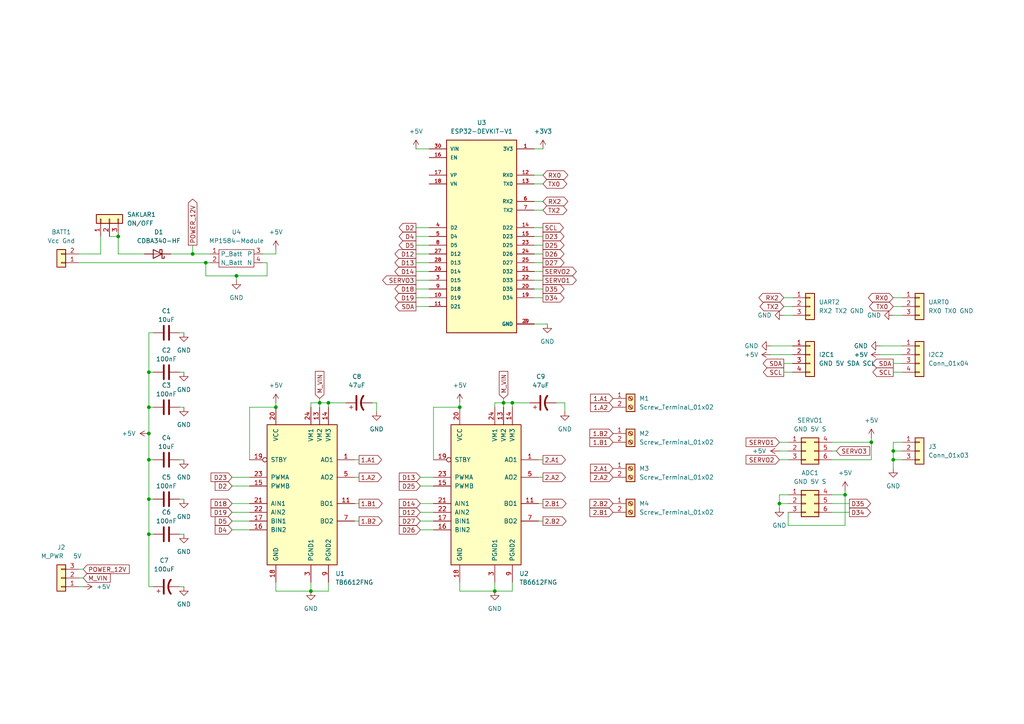
<source format=kicad_sch>
(kicad_sch (version 20211123) (generator eeschema)

  (uuid 8f0bdd7f-55e9-41aa-ae55-71a87a30dfd0)

  (paper "A4")

  (title_block
    (title "Transporter ESP32 Module")
    (date "2023-01-04")
    (rev "0")
  )

  (lib_symbols
    (symbol "Connector:Screw_Terminal_01x02" (pin_names (offset 1.016) hide) (in_bom yes) (on_board yes)
      (property "Reference" "J" (id 0) (at 0 2.54 0)
        (effects (font (size 1.27 1.27)))
      )
      (property "Value" "Screw_Terminal_01x02" (id 1) (at 0 -5.08 0)
        (effects (font (size 1.27 1.27)))
      )
      (property "Footprint" "" (id 2) (at 0 0 0)
        (effects (font (size 1.27 1.27)) hide)
      )
      (property "Datasheet" "~" (id 3) (at 0 0 0)
        (effects (font (size 1.27 1.27)) hide)
      )
      (property "ki_keywords" "screw terminal" (id 4) (at 0 0 0)
        (effects (font (size 1.27 1.27)) hide)
      )
      (property "ki_description" "Generic screw terminal, single row, 01x02, script generated (kicad-library-utils/schlib/autogen/connector/)" (id 5) (at 0 0 0)
        (effects (font (size 1.27 1.27)) hide)
      )
      (property "ki_fp_filters" "TerminalBlock*:*" (id 6) (at 0 0 0)
        (effects (font (size 1.27 1.27)) hide)
      )
      (symbol "Screw_Terminal_01x02_1_1"
        (rectangle (start -1.27 1.27) (end 1.27 -3.81)
          (stroke (width 0.254) (type default) (color 0 0 0 0))
          (fill (type background))
        )
        (circle (center 0 -2.54) (radius 0.635)
          (stroke (width 0.1524) (type default) (color 0 0 0 0))
          (fill (type none))
        )
        (polyline
          (pts
            (xy -0.5334 -2.2098)
            (xy 0.3302 -3.048)
          )
          (stroke (width 0.1524) (type default) (color 0 0 0 0))
          (fill (type none))
        )
        (polyline
          (pts
            (xy -0.5334 0.3302)
            (xy 0.3302 -0.508)
          )
          (stroke (width 0.1524) (type default) (color 0 0 0 0))
          (fill (type none))
        )
        (polyline
          (pts
            (xy -0.3556 -2.032)
            (xy 0.508 -2.8702)
          )
          (stroke (width 0.1524) (type default) (color 0 0 0 0))
          (fill (type none))
        )
        (polyline
          (pts
            (xy -0.3556 0.508)
            (xy 0.508 -0.3302)
          )
          (stroke (width 0.1524) (type default) (color 0 0 0 0))
          (fill (type none))
        )
        (circle (center 0 0) (radius 0.635)
          (stroke (width 0.1524) (type default) (color 0 0 0 0))
          (fill (type none))
        )
        (pin passive line (at -5.08 0 0) (length 3.81)
          (name "Pin_1" (effects (font (size 1.27 1.27))))
          (number "1" (effects (font (size 1.27 1.27))))
        )
        (pin passive line (at -5.08 -2.54 0) (length 3.81)
          (name "Pin_2" (effects (font (size 1.27 1.27))))
          (number "2" (effects (font (size 1.27 1.27))))
        )
      )
    )
    (symbol "Connector_Generic:Conn_01x02" (pin_names (offset 1.016) hide) (in_bom yes) (on_board yes)
      (property "Reference" "J" (id 0) (at 0 2.54 0)
        (effects (font (size 1.27 1.27)))
      )
      (property "Value" "Conn_01x02" (id 1) (at 0 -5.08 0)
        (effects (font (size 1.27 1.27)))
      )
      (property "Footprint" "" (id 2) (at 0 0 0)
        (effects (font (size 1.27 1.27)) hide)
      )
      (property "Datasheet" "~" (id 3) (at 0 0 0)
        (effects (font (size 1.27 1.27)) hide)
      )
      (property "ki_keywords" "connector" (id 4) (at 0 0 0)
        (effects (font (size 1.27 1.27)) hide)
      )
      (property "ki_description" "Generic connector, single row, 01x02, script generated (kicad-library-utils/schlib/autogen/connector/)" (id 5) (at 0 0 0)
        (effects (font (size 1.27 1.27)) hide)
      )
      (property "ki_fp_filters" "Connector*:*_1x??_*" (id 6) (at 0 0 0)
        (effects (font (size 1.27 1.27)) hide)
      )
      (symbol "Conn_01x02_1_1"
        (rectangle (start -1.27 -2.413) (end 0 -2.667)
          (stroke (width 0.1524) (type default) (color 0 0 0 0))
          (fill (type none))
        )
        (rectangle (start -1.27 0.127) (end 0 -0.127)
          (stroke (width 0.1524) (type default) (color 0 0 0 0))
          (fill (type none))
        )
        (rectangle (start -1.27 1.27) (end 1.27 -3.81)
          (stroke (width 0.254) (type default) (color 0 0 0 0))
          (fill (type background))
        )
        (pin passive line (at -5.08 0 0) (length 3.81)
          (name "Pin_1" (effects (font (size 1.27 1.27))))
          (number "1" (effects (font (size 1.27 1.27))))
        )
        (pin passive line (at -5.08 -2.54 0) (length 3.81)
          (name "Pin_2" (effects (font (size 1.27 1.27))))
          (number "2" (effects (font (size 1.27 1.27))))
        )
      )
    )
    (symbol "Connector_Generic:Conn_01x03" (pin_names (offset 1.016) hide) (in_bom yes) (on_board yes)
      (property "Reference" "J" (id 0) (at 0 5.08 0)
        (effects (font (size 1.27 1.27)))
      )
      (property "Value" "Conn_01x03" (id 1) (at 0 -5.08 0)
        (effects (font (size 1.27 1.27)))
      )
      (property "Footprint" "" (id 2) (at 0 0 0)
        (effects (font (size 1.27 1.27)) hide)
      )
      (property "Datasheet" "~" (id 3) (at 0 0 0)
        (effects (font (size 1.27 1.27)) hide)
      )
      (property "ki_keywords" "connector" (id 4) (at 0 0 0)
        (effects (font (size 1.27 1.27)) hide)
      )
      (property "ki_description" "Generic connector, single row, 01x03, script generated (kicad-library-utils/schlib/autogen/connector/)" (id 5) (at 0 0 0)
        (effects (font (size 1.27 1.27)) hide)
      )
      (property "ki_fp_filters" "Connector*:*_1x??_*" (id 6) (at 0 0 0)
        (effects (font (size 1.27 1.27)) hide)
      )
      (symbol "Conn_01x03_1_1"
        (rectangle (start -1.27 -2.413) (end 0 -2.667)
          (stroke (width 0.1524) (type default) (color 0 0 0 0))
          (fill (type none))
        )
        (rectangle (start -1.27 0.127) (end 0 -0.127)
          (stroke (width 0.1524) (type default) (color 0 0 0 0))
          (fill (type none))
        )
        (rectangle (start -1.27 2.667) (end 0 2.413)
          (stroke (width 0.1524) (type default) (color 0 0 0 0))
          (fill (type none))
        )
        (rectangle (start -1.27 3.81) (end 1.27 -3.81)
          (stroke (width 0.254) (type default) (color 0 0 0 0))
          (fill (type background))
        )
        (pin passive line (at -5.08 2.54 0) (length 3.81)
          (name "Pin_1" (effects (font (size 1.27 1.27))))
          (number "1" (effects (font (size 1.27 1.27))))
        )
        (pin passive line (at -5.08 0 0) (length 3.81)
          (name "Pin_2" (effects (font (size 1.27 1.27))))
          (number "2" (effects (font (size 1.27 1.27))))
        )
        (pin passive line (at -5.08 -2.54 0) (length 3.81)
          (name "Pin_3" (effects (font (size 1.27 1.27))))
          (number "3" (effects (font (size 1.27 1.27))))
        )
      )
    )
    (symbol "Connector_Generic:Conn_01x04" (pin_names (offset 1.016) hide) (in_bom yes) (on_board yes)
      (property "Reference" "J" (id 0) (at 0 5.08 0)
        (effects (font (size 1.27 1.27)))
      )
      (property "Value" "Conn_01x04" (id 1) (at 0 -7.62 0)
        (effects (font (size 1.27 1.27)))
      )
      (property "Footprint" "" (id 2) (at 0 0 0)
        (effects (font (size 1.27 1.27)) hide)
      )
      (property "Datasheet" "~" (id 3) (at 0 0 0)
        (effects (font (size 1.27 1.27)) hide)
      )
      (property "ki_keywords" "connector" (id 4) (at 0 0 0)
        (effects (font (size 1.27 1.27)) hide)
      )
      (property "ki_description" "Generic connector, single row, 01x04, script generated (kicad-library-utils/schlib/autogen/connector/)" (id 5) (at 0 0 0)
        (effects (font (size 1.27 1.27)) hide)
      )
      (property "ki_fp_filters" "Connector*:*_1x??_*" (id 6) (at 0 0 0)
        (effects (font (size 1.27 1.27)) hide)
      )
      (symbol "Conn_01x04_1_1"
        (rectangle (start -1.27 -4.953) (end 0 -5.207)
          (stroke (width 0.1524) (type default) (color 0 0 0 0))
          (fill (type none))
        )
        (rectangle (start -1.27 -2.413) (end 0 -2.667)
          (stroke (width 0.1524) (type default) (color 0 0 0 0))
          (fill (type none))
        )
        (rectangle (start -1.27 0.127) (end 0 -0.127)
          (stroke (width 0.1524) (type default) (color 0 0 0 0))
          (fill (type none))
        )
        (rectangle (start -1.27 2.667) (end 0 2.413)
          (stroke (width 0.1524) (type default) (color 0 0 0 0))
          (fill (type none))
        )
        (rectangle (start -1.27 3.81) (end 1.27 -6.35)
          (stroke (width 0.254) (type default) (color 0 0 0 0))
          (fill (type background))
        )
        (pin passive line (at -5.08 2.54 0) (length 3.81)
          (name "Pin_1" (effects (font (size 1.27 1.27))))
          (number "1" (effects (font (size 1.27 1.27))))
        )
        (pin passive line (at -5.08 0 0) (length 3.81)
          (name "Pin_2" (effects (font (size 1.27 1.27))))
          (number "2" (effects (font (size 1.27 1.27))))
        )
        (pin passive line (at -5.08 -2.54 0) (length 3.81)
          (name "Pin_3" (effects (font (size 1.27 1.27))))
          (number "3" (effects (font (size 1.27 1.27))))
        )
        (pin passive line (at -5.08 -5.08 0) (length 3.81)
          (name "Pin_4" (effects (font (size 1.27 1.27))))
          (number "4" (effects (font (size 1.27 1.27))))
        )
      )
    )
    (symbol "Connector_Generic:Conn_02x03_Top_Bottom" (pin_names (offset 1.016) hide) (in_bom yes) (on_board yes)
      (property "Reference" "J" (id 0) (at 1.27 5.08 0)
        (effects (font (size 1.27 1.27)))
      )
      (property "Value" "Conn_02x03_Top_Bottom" (id 1) (at 1.27 -5.08 0)
        (effects (font (size 1.27 1.27)))
      )
      (property "Footprint" "" (id 2) (at 0 0 0)
        (effects (font (size 1.27 1.27)) hide)
      )
      (property "Datasheet" "~" (id 3) (at 0 0 0)
        (effects (font (size 1.27 1.27)) hide)
      )
      (property "ki_keywords" "connector" (id 4) (at 0 0 0)
        (effects (font (size 1.27 1.27)) hide)
      )
      (property "ki_description" "Generic connector, double row, 02x03, top/bottom pin numbering scheme (row 1: 1...pins_per_row, row2: pins_per_row+1 ... num_pins), script generated (kicad-library-utils/schlib/autogen/connector/)" (id 5) (at 0 0 0)
        (effects (font (size 1.27 1.27)) hide)
      )
      (property "ki_fp_filters" "Connector*:*_2x??_*" (id 6) (at 0 0 0)
        (effects (font (size 1.27 1.27)) hide)
      )
      (symbol "Conn_02x03_Top_Bottom_1_1"
        (rectangle (start -1.27 -2.413) (end 0 -2.667)
          (stroke (width 0.1524) (type default) (color 0 0 0 0))
          (fill (type none))
        )
        (rectangle (start -1.27 0.127) (end 0 -0.127)
          (stroke (width 0.1524) (type default) (color 0 0 0 0))
          (fill (type none))
        )
        (rectangle (start -1.27 2.667) (end 0 2.413)
          (stroke (width 0.1524) (type default) (color 0 0 0 0))
          (fill (type none))
        )
        (rectangle (start -1.27 3.81) (end 3.81 -3.81)
          (stroke (width 0.254) (type default) (color 0 0 0 0))
          (fill (type background))
        )
        (rectangle (start 3.81 -2.413) (end 2.54 -2.667)
          (stroke (width 0.1524) (type default) (color 0 0 0 0))
          (fill (type none))
        )
        (rectangle (start 3.81 0.127) (end 2.54 -0.127)
          (stroke (width 0.1524) (type default) (color 0 0 0 0))
          (fill (type none))
        )
        (rectangle (start 3.81 2.667) (end 2.54 2.413)
          (stroke (width 0.1524) (type default) (color 0 0 0 0))
          (fill (type none))
        )
        (pin passive line (at -5.08 2.54 0) (length 3.81)
          (name "Pin_1" (effects (font (size 1.27 1.27))))
          (number "1" (effects (font (size 1.27 1.27))))
        )
        (pin passive line (at -5.08 0 0) (length 3.81)
          (name "Pin_2" (effects (font (size 1.27 1.27))))
          (number "2" (effects (font (size 1.27 1.27))))
        )
        (pin passive line (at -5.08 -2.54 0) (length 3.81)
          (name "Pin_3" (effects (font (size 1.27 1.27))))
          (number "3" (effects (font (size 1.27 1.27))))
        )
        (pin passive line (at 7.62 2.54 180) (length 3.81)
          (name "Pin_4" (effects (font (size 1.27 1.27))))
          (number "4" (effects (font (size 1.27 1.27))))
        )
        (pin passive line (at 7.62 0 180) (length 3.81)
          (name "Pin_5" (effects (font (size 1.27 1.27))))
          (number "5" (effects (font (size 1.27 1.27))))
        )
        (pin passive line (at 7.62 -2.54 180) (length 3.81)
          (name "Pin_6" (effects (font (size 1.27 1.27))))
          (number "6" (effects (font (size 1.27 1.27))))
        )
      )
    )
    (symbol "Device:C" (pin_numbers hide) (pin_names (offset 0.254)) (in_bom yes) (on_board yes)
      (property "Reference" "C" (id 0) (at 0.635 2.54 0)
        (effects (font (size 1.27 1.27)) (justify left))
      )
      (property "Value" "C" (id 1) (at 0.635 -2.54 0)
        (effects (font (size 1.27 1.27)) (justify left))
      )
      (property "Footprint" "" (id 2) (at 0.9652 -3.81 0)
        (effects (font (size 1.27 1.27)) hide)
      )
      (property "Datasheet" "~" (id 3) (at 0 0 0)
        (effects (font (size 1.27 1.27)) hide)
      )
      (property "ki_keywords" "cap capacitor" (id 4) (at 0 0 0)
        (effects (font (size 1.27 1.27)) hide)
      )
      (property "ki_description" "Unpolarized capacitor" (id 5) (at 0 0 0)
        (effects (font (size 1.27 1.27)) hide)
      )
      (property "ki_fp_filters" "C_*" (id 6) (at 0 0 0)
        (effects (font (size 1.27 1.27)) hide)
      )
      (symbol "C_0_1"
        (polyline
          (pts
            (xy -2.032 -0.762)
            (xy 2.032 -0.762)
          )
          (stroke (width 0.508) (type default) (color 0 0 0 0))
          (fill (type none))
        )
        (polyline
          (pts
            (xy -2.032 0.762)
            (xy 2.032 0.762)
          )
          (stroke (width 0.508) (type default) (color 0 0 0 0))
          (fill (type none))
        )
      )
      (symbol "C_1_1"
        (pin passive line (at 0 3.81 270) (length 2.794)
          (name "~" (effects (font (size 1.27 1.27))))
          (number "1" (effects (font (size 1.27 1.27))))
        )
        (pin passive line (at 0 -3.81 90) (length 2.794)
          (name "~" (effects (font (size 1.27 1.27))))
          (number "2" (effects (font (size 1.27 1.27))))
        )
      )
    )
    (symbol "Device:C_Polarized_US" (pin_numbers hide) (pin_names (offset 0.254) hide) (in_bom yes) (on_board yes)
      (property "Reference" "C" (id 0) (at 0.635 2.54 0)
        (effects (font (size 1.27 1.27)) (justify left))
      )
      (property "Value" "C_Polarized_US" (id 1) (at 0.635 -2.54 0)
        (effects (font (size 1.27 1.27)) (justify left))
      )
      (property "Footprint" "" (id 2) (at 0 0 0)
        (effects (font (size 1.27 1.27)) hide)
      )
      (property "Datasheet" "~" (id 3) (at 0 0 0)
        (effects (font (size 1.27 1.27)) hide)
      )
      (property "ki_keywords" "cap capacitor" (id 4) (at 0 0 0)
        (effects (font (size 1.27 1.27)) hide)
      )
      (property "ki_description" "Polarized capacitor, US symbol" (id 5) (at 0 0 0)
        (effects (font (size 1.27 1.27)) hide)
      )
      (property "ki_fp_filters" "CP_*" (id 6) (at 0 0 0)
        (effects (font (size 1.27 1.27)) hide)
      )
      (symbol "C_Polarized_US_0_1"
        (polyline
          (pts
            (xy -2.032 0.762)
            (xy 2.032 0.762)
          )
          (stroke (width 0.508) (type default) (color 0 0 0 0))
          (fill (type none))
        )
        (polyline
          (pts
            (xy -1.778 2.286)
            (xy -0.762 2.286)
          )
          (stroke (width 0) (type default) (color 0 0 0 0))
          (fill (type none))
        )
        (polyline
          (pts
            (xy -1.27 1.778)
            (xy -1.27 2.794)
          )
          (stroke (width 0) (type default) (color 0 0 0 0))
          (fill (type none))
        )
        (arc (start 2.032 -1.27) (mid 0 -0.5572) (end -2.032 -1.27)
          (stroke (width 0.508) (type default) (color 0 0 0 0))
          (fill (type none))
        )
      )
      (symbol "C_Polarized_US_1_1"
        (pin passive line (at 0 3.81 270) (length 2.794)
          (name "~" (effects (font (size 1.27 1.27))))
          (number "1" (effects (font (size 1.27 1.27))))
        )
        (pin passive line (at 0 -3.81 90) (length 3.302)
          (name "~" (effects (font (size 1.27 1.27))))
          (number "2" (effects (font (size 1.27 1.27))))
        )
      )
    )
    (symbol "Diode:CDBA340-HF" (pin_numbers hide) (pin_names hide) (in_bom yes) (on_board yes)
      (property "Reference" "D" (id 0) (at 0 2.54 0)
        (effects (font (size 1.27 1.27)))
      )
      (property "Value" "CDBA340-HF" (id 1) (at 0 -2.54 0)
        (effects (font (size 1.27 1.27)))
      )
      (property "Footprint" "Diode_SMD:D_SMA" (id 2) (at 0 -4.445 0)
        (effects (font (size 1.27 1.27)) hide)
      )
      (property "Datasheet" "https://www.comchiptech.com/admin/files/product/CDBA340-HF%20Thru193640.%20CDBA3100-HF%20RevB.pdf" (id 3) (at 0 0 0)
        (effects (font (size 1.27 1.27)) hide)
      )
      (property "ki_keywords" "diode Schottky" (id 4) (at 0 0 0)
        (effects (font (size 1.27 1.27)) hide)
      )
      (property "ki_description" "40V 3A Schottky Barrier Rectifier Diode, SMA(DO-214AC)" (id 5) (at 0 0 0)
        (effects (font (size 1.27 1.27)) hide)
      )
      (property "ki_fp_filters" "D*SMA*" (id 6) (at 0 0 0)
        (effects (font (size 1.27 1.27)) hide)
      )
      (symbol "CDBA340-HF_0_1"
        (polyline
          (pts
            (xy 1.27 0)
            (xy -1.27 0)
          )
          (stroke (width 0) (type default) (color 0 0 0 0))
          (fill (type none))
        )
        (polyline
          (pts
            (xy 1.27 1.27)
            (xy 1.27 -1.27)
            (xy -1.27 0)
            (xy 1.27 1.27)
          )
          (stroke (width 0.254) (type default) (color 0 0 0 0))
          (fill (type none))
        )
        (polyline
          (pts
            (xy -1.905 0.635)
            (xy -1.905 1.27)
            (xy -1.27 1.27)
            (xy -1.27 -1.27)
            (xy -0.635 -1.27)
            (xy -0.635 -0.635)
          )
          (stroke (width 0.254) (type default) (color 0 0 0 0))
          (fill (type none))
        )
      )
      (symbol "CDBA340-HF_1_1"
        (pin passive line (at -3.81 0 0) (length 2.54)
          (name "K" (effects (font (size 1.27 1.27))))
          (number "1" (effects (font (size 1.27 1.27))))
        )
        (pin passive line (at 3.81 0 180) (length 2.54)
          (name "A" (effects (font (size 1.27 1.27))))
          (number "2" (effects (font (size 1.27 1.27))))
        )
      )
    )
    (symbol "Driver_Motor:TB6612FNG" (pin_names (offset 1.016)) (in_bom yes) (on_board yes)
      (property "Reference" "U" (id 0) (at 11.43 17.78 0)
        (effects (font (size 1.27 1.27)) (justify left))
      )
      (property "Value" "TB6612FNG" (id 1) (at 11.43 15.24 0)
        (effects (font (size 1.27 1.27)) (justify left))
      )
      (property "Footprint" "Package_SO:SSOP-24_5.3x8.2mm_P0.65mm" (id 2) (at 33.02 -22.86 0)
        (effects (font (size 1.27 1.27)) hide)
      )
      (property "Datasheet" "https://toshiba.semicon-storage.com/us/product/linear/motordriver/detail.TB6612FNG.html" (id 3) (at 11.43 15.24 0)
        (effects (font (size 1.27 1.27)) hide)
      )
      (property "ki_keywords" "H-bridge motor driver" (id 4) (at 0 0 0)
        (effects (font (size 1.27 1.27)) hide)
      )
      (property "ki_description" "Driver IC for Dual DC motor, SSOP-24" (id 5) (at 0 0 0)
        (effects (font (size 1.27 1.27)) hide)
      )
      (property "ki_fp_filters" "SSOP-24*5.3x8.2mm*P0.65mm*" (id 6) (at 0 0 0)
        (effects (font (size 1.27 1.27)) hide)
      )
      (symbol "TB6612FNG_0_1"
        (rectangle (start -10.16 20.32) (end 10.16 -20.32)
          (stroke (width 0.254) (type default) (color 0 0 0 0))
          (fill (type background))
        )
      )
      (symbol "TB6612FNG_1_1"
        (pin output line (at 15.24 10.16 180) (length 5.08)
          (name "AO1" (effects (font (size 1.27 1.27))))
          (number "1" (effects (font (size 1.27 1.27))))
        )
        (pin passive line (at 7.62 -25.4 90) (length 5.08) hide
          (name "PGND2" (effects (font (size 1.27 1.27))))
          (number "10" (effects (font (size 1.27 1.27))))
        )
        (pin output line (at 15.24 -2.54 180) (length 5.08)
          (name "BO1" (effects (font (size 1.27 1.27))))
          (number "11" (effects (font (size 1.27 1.27))))
        )
        (pin passive line (at 15.24 -2.54 180) (length 5.08) hide
          (name "BO1" (effects (font (size 1.27 1.27))))
          (number "12" (effects (font (size 1.27 1.27))))
        )
        (pin power_in line (at 5.08 25.4 270) (length 5.08)
          (name "VM2" (effects (font (size 1.27 1.27))))
          (number "13" (effects (font (size 1.27 1.27))))
        )
        (pin power_in line (at 7.62 25.4 270) (length 5.08)
          (name "VM3" (effects (font (size 1.27 1.27))))
          (number "14" (effects (font (size 1.27 1.27))))
        )
        (pin input line (at -15.24 2.54 0) (length 5.08)
          (name "PWMB" (effects (font (size 1.27 1.27))))
          (number "15" (effects (font (size 1.27 1.27))))
        )
        (pin input line (at -15.24 -10.16 0) (length 5.08)
          (name "BIN2" (effects (font (size 1.27 1.27))))
          (number "16" (effects (font (size 1.27 1.27))))
        )
        (pin input line (at -15.24 -7.62 0) (length 5.08)
          (name "BIN1" (effects (font (size 1.27 1.27))))
          (number "17" (effects (font (size 1.27 1.27))))
        )
        (pin power_in line (at -7.62 -25.4 90) (length 5.08)
          (name "GND" (effects (font (size 1.27 1.27))))
          (number "18" (effects (font (size 1.27 1.27))))
        )
        (pin input inverted (at -15.24 10.16 0) (length 5.08)
          (name "STBY" (effects (font (size 1.27 1.27))))
          (number "19" (effects (font (size 1.27 1.27))))
        )
        (pin passive line (at 15.24 10.16 180) (length 5.08) hide
          (name "AO1" (effects (font (size 1.27 1.27))))
          (number "2" (effects (font (size 1.27 1.27))))
        )
        (pin power_in line (at -7.62 25.4 270) (length 5.08)
          (name "VCC" (effects (font (size 1.27 1.27))))
          (number "20" (effects (font (size 1.27 1.27))))
        )
        (pin input line (at -15.24 -2.54 0) (length 5.08)
          (name "AIN1" (effects (font (size 1.27 1.27))))
          (number "21" (effects (font (size 1.27 1.27))))
        )
        (pin input line (at -15.24 -5.08 0) (length 5.08)
          (name "AIN2" (effects (font (size 1.27 1.27))))
          (number "22" (effects (font (size 1.27 1.27))))
        )
        (pin input line (at -15.24 5.08 0) (length 5.08)
          (name "PWMA" (effects (font (size 1.27 1.27))))
          (number "23" (effects (font (size 1.27 1.27))))
        )
        (pin power_in line (at 2.54 25.4 270) (length 5.08)
          (name "VM1" (effects (font (size 1.27 1.27))))
          (number "24" (effects (font (size 1.27 1.27))))
        )
        (pin power_in line (at 2.54 -25.4 90) (length 5.08)
          (name "PGND1" (effects (font (size 1.27 1.27))))
          (number "3" (effects (font (size 1.27 1.27))))
        )
        (pin passive line (at 2.54 -25.4 90) (length 5.08) hide
          (name "PGND1" (effects (font (size 1.27 1.27))))
          (number "4" (effects (font (size 1.27 1.27))))
        )
        (pin output line (at 15.24 5.08 180) (length 5.08)
          (name "AO2" (effects (font (size 1.27 1.27))))
          (number "5" (effects (font (size 1.27 1.27))))
        )
        (pin passive line (at 15.24 5.08 180) (length 5.08) hide
          (name "AO2" (effects (font (size 1.27 1.27))))
          (number "6" (effects (font (size 1.27 1.27))))
        )
        (pin output line (at 15.24 -7.62 180) (length 5.08)
          (name "BO2" (effects (font (size 1.27 1.27))))
          (number "7" (effects (font (size 1.27 1.27))))
        )
        (pin passive line (at 15.24 -7.62 180) (length 5.08) hide
          (name "BO2" (effects (font (size 1.27 1.27))))
          (number "8" (effects (font (size 1.27 1.27))))
        )
        (pin power_in line (at 7.62 -25.4 90) (length 5.08)
          (name "PGND2" (effects (font (size 1.27 1.27))))
          (number "9" (effects (font (size 1.27 1.27))))
        )
      )
    )
    (symbol "ESP32-DEVKIT-V1:ESP32-DEVKIT-V1" (pin_names (offset 1.016)) (in_bom yes) (on_board yes)
      (property "Reference" "U" (id 0) (at -10.16 30.48 0)
        (effects (font (size 1.27 1.27)) (justify left top))
      )
      (property "Value" "ESP32-DEVKIT-V1" (id 1) (at -10.16 -30.48 0)
        (effects (font (size 1.27 1.27)) (justify left bottom))
      )
      (property "Footprint" "MODULE_ESP32_DEVKIT_V1" (id 2) (at 0 0 0)
        (effects (font (size 1.27 1.27)) (justify bottom) hide)
      )
      (property "Datasheet" "" (id 3) (at 0 0 0)
        (effects (font (size 1.27 1.27)) hide)
      )
      (property "PARTREV" "N/A" (id 4) (at 0 0 0)
        (effects (font (size 1.27 1.27)) (justify bottom) hide)
      )
      (property "STANDARD" "Manufacturer Recommendations" (id 5) (at 0 0 0)
        (effects (font (size 1.27 1.27)) (justify bottom) hide)
      )
      (property "MAXIMUM_PACKAGE_HEIGHT" "6.8 mm" (id 6) (at 0 0 0)
        (effects (font (size 1.27 1.27)) (justify bottom) hide)
      )
      (property "MANUFACTURER" "DOIT" (id 7) (at 0 0 0)
        (effects (font (size 1.27 1.27)) (justify bottom) hide)
      )
      (symbol "ESP32-DEVKIT-V1_0_0"
        (rectangle (start -10.16 -27.94) (end 10.16 27.94)
          (stroke (width 0.254) (type default) (color 0 0 0 0))
          (fill (type background))
        )
        (pin output line (at 15.24 25.4 180) (length 5.08)
          (name "3V3" (effects (font (size 1.016 1.016))))
          (number "1" (effects (font (size 1.016 1.016))))
        )
        (pin bidirectional line (at -15.24 -17.78 0) (length 5.08)
          (name "D19" (effects (font (size 1.016 1.016))))
          (number "10" (effects (font (size 1.016 1.016))))
        )
        (pin bidirectional line (at -15.24 -20.32 0) (length 5.08)
          (name "D21" (effects (font (size 1.016 1.016))))
          (number "11" (effects (font (size 1.016 1.016))))
        )
        (pin input line (at 15.24 17.78 180) (length 5.08)
          (name "RX0" (effects (font (size 1.016 1.016))))
          (number "12" (effects (font (size 1.016 1.016))))
        )
        (pin output line (at 15.24 15.24 180) (length 5.08)
          (name "TX0" (effects (font (size 1.016 1.016))))
          (number "13" (effects (font (size 1.016 1.016))))
        )
        (pin bidirectional line (at 15.24 2.54 180) (length 5.08)
          (name "D22" (effects (font (size 1.016 1.016))))
          (number "14" (effects (font (size 1.016 1.016))))
        )
        (pin bidirectional line (at 15.24 0 180) (length 5.08)
          (name "D23" (effects (font (size 1.016 1.016))))
          (number "15" (effects (font (size 1.016 1.016))))
        )
        (pin input line (at -15.24 22.86 0) (length 5.08)
          (name "EN" (effects (font (size 1.016 1.016))))
          (number "16" (effects (font (size 1.016 1.016))))
        )
        (pin bidirectional line (at -15.24 17.78 0) (length 5.08)
          (name "VP" (effects (font (size 1.016 1.016))))
          (number "17" (effects (font (size 1.016 1.016))))
        )
        (pin bidirectional line (at -15.24 15.24 0) (length 5.08)
          (name "VN" (effects (font (size 1.016 1.016))))
          (number "18" (effects (font (size 1.016 1.016))))
        )
        (pin bidirectional line (at 15.24 -17.78 180) (length 5.08)
          (name "D34" (effects (font (size 1.016 1.016))))
          (number "19" (effects (font (size 1.016 1.016))))
        )
        (pin power_in line (at 15.24 -25.4 180) (length 5.08)
          (name "GND" (effects (font (size 1.016 1.016))))
          (number "2" (effects (font (size 1.016 1.016))))
        )
        (pin bidirectional line (at 15.24 -15.24 180) (length 5.08)
          (name "D35" (effects (font (size 1.016 1.016))))
          (number "20" (effects (font (size 1.016 1.016))))
        )
        (pin bidirectional line (at 15.24 -10.16 180) (length 5.08)
          (name "D32" (effects (font (size 1.016 1.016))))
          (number "21" (effects (font (size 1.016 1.016))))
        )
        (pin bidirectional line (at 15.24 -12.7 180) (length 5.08)
          (name "D33" (effects (font (size 1.016 1.016))))
          (number "22" (effects (font (size 1.016 1.016))))
        )
        (pin bidirectional line (at 15.24 -2.54 180) (length 5.08)
          (name "D25" (effects (font (size 1.016 1.016))))
          (number "23" (effects (font (size 1.016 1.016))))
        )
        (pin bidirectional line (at 15.24 -5.08 180) (length 5.08)
          (name "D26" (effects (font (size 1.016 1.016))))
          (number "24" (effects (font (size 1.016 1.016))))
        )
        (pin bidirectional line (at 15.24 -7.62 180) (length 5.08)
          (name "D27" (effects (font (size 1.016 1.016))))
          (number "25" (effects (font (size 1.016 1.016))))
        )
        (pin bidirectional line (at -15.24 -10.16 0) (length 5.08)
          (name "D14" (effects (font (size 1.016 1.016))))
          (number "26" (effects (font (size 1.016 1.016))))
        )
        (pin bidirectional line (at -15.24 -5.08 0) (length 5.08)
          (name "D12" (effects (font (size 1.016 1.016))))
          (number "27" (effects (font (size 1.016 1.016))))
        )
        (pin bidirectional line (at -15.24 -7.62 0) (length 5.08)
          (name "D13" (effects (font (size 1.016 1.016))))
          (number "28" (effects (font (size 1.016 1.016))))
        )
        (pin power_in line (at 15.24 -25.4 180) (length 5.08)
          (name "GND" (effects (font (size 1.016 1.016))))
          (number "29" (effects (font (size 1.016 1.016))))
        )
        (pin bidirectional line (at -15.24 -12.7 0) (length 5.08)
          (name "D15" (effects (font (size 1.016 1.016))))
          (number "3" (effects (font (size 1.016 1.016))))
        )
        (pin input line (at -15.24 25.4 0) (length 5.08)
          (name "VIN" (effects (font (size 1.016 1.016))))
          (number "30" (effects (font (size 1.016 1.016))))
        )
        (pin bidirectional line (at -15.24 2.54 0) (length 5.08)
          (name "D2" (effects (font (size 1.016 1.016))))
          (number "4" (effects (font (size 1.016 1.016))))
        )
        (pin bidirectional line (at -15.24 0 0) (length 5.08)
          (name "D4" (effects (font (size 1.016 1.016))))
          (number "5" (effects (font (size 1.016 1.016))))
        )
        (pin input line (at 15.24 10.16 180) (length 5.08)
          (name "RX2" (effects (font (size 1.016 1.016))))
          (number "6" (effects (font (size 1.016 1.016))))
        )
        (pin output line (at 15.24 7.62 180) (length 5.08)
          (name "TX2" (effects (font (size 1.016 1.016))))
          (number "7" (effects (font (size 1.016 1.016))))
        )
        (pin bidirectional line (at -15.24 -2.54 0) (length 5.08)
          (name "D5" (effects (font (size 1.016 1.016))))
          (number "8" (effects (font (size 1.016 1.016))))
        )
        (pin bidirectional line (at -15.24 -15.24 0) (length 5.08)
          (name "D18" (effects (font (size 1.016 1.016))))
          (number "9" (effects (font (size 1.016 1.016))))
        )
      )
    )
    (symbol "MP1584-Module:MP1584-Module" (in_bom yes) (on_board yes)
      (property "Reference" "U" (id 0) (at 0 7.62 0)
        (effects (font (size 1.27 1.27)))
      )
      (property "Value" "MP1584-Module" (id 1) (at 0 5.08 0)
        (effects (font (size 1.27 1.27)))
      )
      (property "Footprint" "" (id 2) (at 0 0 0)
        (effects (font (size 1.27 1.27)) hide)
      )
      (property "Datasheet" "" (id 3) (at 0 0 0)
        (effects (font (size 1.27 1.27)) hide)
      )
      (symbol "MP1584-Module_0_1"
        (polyline
          (pts
            (xy -5.08 -2.54)
            (xy -5.08 2.54)
            (xy 5.08 2.54)
            (xy 5.08 -2.54)
            (xy -5.08 -2.54)
          )
          (stroke (width 0) (type default) (color 0 0 0 0))
          (fill (type none))
        )
      )
      (symbol "MP1584-Module_1_1"
        (pin input line (at -7.62 1.27 0) (length 2.54)
          (name "P_Batt" (effects (font (size 1.27 1.27))))
          (number "1" (effects (font (size 1.27 1.27))))
        )
        (pin input line (at -7.62 -1.27 0) (length 2.54)
          (name "N_Batt" (effects (font (size 1.27 1.27))))
          (number "2" (effects (font (size 1.27 1.27))))
        )
        (pin output line (at 7.62 1.27 180) (length 2.54)
          (name "P" (effects (font (size 1.27 1.27))))
          (number "3" (effects (font (size 1.27 1.27))))
        )
        (pin output line (at 7.62 -1.27 180) (length 2.54)
          (name "N" (effects (font (size 1.27 1.27))))
          (number "4" (effects (font (size 1.27 1.27))))
        )
      )
    )
    (symbol "power:+3V3" (power) (pin_names (offset 0)) (in_bom yes) (on_board yes)
      (property "Reference" "#PWR" (id 0) (at 0 -3.81 0)
        (effects (font (size 1.27 1.27)) hide)
      )
      (property "Value" "+3V3" (id 1) (at 0 3.556 0)
        (effects (font (size 1.27 1.27)))
      )
      (property "Footprint" "" (id 2) (at 0 0 0)
        (effects (font (size 1.27 1.27)) hide)
      )
      (property "Datasheet" "" (id 3) (at 0 0 0)
        (effects (font (size 1.27 1.27)) hide)
      )
      (property "ki_keywords" "global power" (id 4) (at 0 0 0)
        (effects (font (size 1.27 1.27)) hide)
      )
      (property "ki_description" "Power symbol creates a global label with name \"+3V3\"" (id 5) (at 0 0 0)
        (effects (font (size 1.27 1.27)) hide)
      )
      (symbol "+3V3_0_1"
        (polyline
          (pts
            (xy -0.762 1.27)
            (xy 0 2.54)
          )
          (stroke (width 0) (type default) (color 0 0 0 0))
          (fill (type none))
        )
        (polyline
          (pts
            (xy 0 0)
            (xy 0 2.54)
          )
          (stroke (width 0) (type default) (color 0 0 0 0))
          (fill (type none))
        )
        (polyline
          (pts
            (xy 0 2.54)
            (xy 0.762 1.27)
          )
          (stroke (width 0) (type default) (color 0 0 0 0))
          (fill (type none))
        )
      )
      (symbol "+3V3_1_1"
        (pin power_in line (at 0 0 90) (length 0) hide
          (name "+3V3" (effects (font (size 1.27 1.27))))
          (number "1" (effects (font (size 1.27 1.27))))
        )
      )
    )
    (symbol "power:+5V" (power) (pin_names (offset 0)) (in_bom yes) (on_board yes)
      (property "Reference" "#PWR" (id 0) (at 0 -3.81 0)
        (effects (font (size 1.27 1.27)) hide)
      )
      (property "Value" "+5V" (id 1) (at 0 3.556 0)
        (effects (font (size 1.27 1.27)))
      )
      (property "Footprint" "" (id 2) (at 0 0 0)
        (effects (font (size 1.27 1.27)) hide)
      )
      (property "Datasheet" "" (id 3) (at 0 0 0)
        (effects (font (size 1.27 1.27)) hide)
      )
      (property "ki_keywords" "global power" (id 4) (at 0 0 0)
        (effects (font (size 1.27 1.27)) hide)
      )
      (property "ki_description" "Power symbol creates a global label with name \"+5V\"" (id 5) (at 0 0 0)
        (effects (font (size 1.27 1.27)) hide)
      )
      (symbol "+5V_0_1"
        (polyline
          (pts
            (xy -0.762 1.27)
            (xy 0 2.54)
          )
          (stroke (width 0) (type default) (color 0 0 0 0))
          (fill (type none))
        )
        (polyline
          (pts
            (xy 0 0)
            (xy 0 2.54)
          )
          (stroke (width 0) (type default) (color 0 0 0 0))
          (fill (type none))
        )
        (polyline
          (pts
            (xy 0 2.54)
            (xy 0.762 1.27)
          )
          (stroke (width 0) (type default) (color 0 0 0 0))
          (fill (type none))
        )
      )
      (symbol "+5V_1_1"
        (pin power_in line (at 0 0 90) (length 0) hide
          (name "+5V" (effects (font (size 1.27 1.27))))
          (number "1" (effects (font (size 1.27 1.27))))
        )
      )
    )
    (symbol "power:GND" (power) (pin_names (offset 0)) (in_bom yes) (on_board yes)
      (property "Reference" "#PWR" (id 0) (at 0 -6.35 0)
        (effects (font (size 1.27 1.27)) hide)
      )
      (property "Value" "GND" (id 1) (at 0 -3.81 0)
        (effects (font (size 1.27 1.27)))
      )
      (property "Footprint" "" (id 2) (at 0 0 0)
        (effects (font (size 1.27 1.27)) hide)
      )
      (property "Datasheet" "" (id 3) (at 0 0 0)
        (effects (font (size 1.27 1.27)) hide)
      )
      (property "ki_keywords" "global power" (id 4) (at 0 0 0)
        (effects (font (size 1.27 1.27)) hide)
      )
      (property "ki_description" "Power symbol creates a global label with name \"GND\" , ground" (id 5) (at 0 0 0)
        (effects (font (size 1.27 1.27)) hide)
      )
      (symbol "GND_0_1"
        (polyline
          (pts
            (xy 0 0)
            (xy 0 -1.27)
            (xy 1.27 -1.27)
            (xy 0 -2.54)
            (xy -1.27 -1.27)
            (xy 0 -1.27)
          )
          (stroke (width 0) (type default) (color 0 0 0 0))
          (fill (type none))
        )
      )
      (symbol "GND_1_1"
        (pin power_in line (at 0 0 270) (length 0) hide
          (name "GND" (effects (font (size 1.27 1.27))))
          (number "1" (effects (font (size 1.27 1.27))))
        )
      )
    )
  )

  (junction (at 43.18 154.94) (diameter 0) (color 0 0 0 0)
    (uuid 06c5a4b4-fb82-4f39-9094-111e3b0ac906)
  )
  (junction (at 148.59 116.84) (diameter 0) (color 0 0 0 0)
    (uuid 13684bf4-d862-4c3b-a517-06bfa847452f)
  )
  (junction (at 59.69 76.2) (diameter 0) (color 0 0 0 0)
    (uuid 13cdb98f-c025-4675-954c-c521600fc581)
  )
  (junction (at 90.17 171.45) (diameter 0) (color 0 0 0 0)
    (uuid 38659ffb-90a1-4824-aded-6b4bed57fd8b)
  )
  (junction (at 55.88 73.66) (diameter 0) (color 0 0 0 0)
    (uuid 3b4e89e0-2a63-4d50-a3b0-f7faa5e92d34)
  )
  (junction (at 259.08 130.81) (diameter 0) (color 0 0 0 0)
    (uuid 3d006a80-5872-45cf-ab2f-8f883b1b159e)
  )
  (junction (at 252.73 128.27) (diameter 0) (color 0 0 0 0)
    (uuid 45f87265-f504-4c29-8d6b-9980326fb18e)
  )
  (junction (at 92.71 116.84) (diameter 0) (color 0 0 0 0)
    (uuid 49698660-b244-456e-a6b2-8546109c37e3)
  )
  (junction (at 43.18 144.78) (diameter 0) (color 0 0 0 0)
    (uuid 49f88645-b3bb-4f6a-b4ad-227ddb5ecf60)
  )
  (junction (at 43.18 118.11) (diameter 0) (color 0 0 0 0)
    (uuid 564ba986-122d-45a2-a7de-f4da4779e25b)
  )
  (junction (at 133.35 118.11) (diameter 0) (color 0 0 0 0)
    (uuid 5c410568-6ea1-462d-9245-0bedd51d3a85)
  )
  (junction (at 80.01 118.11) (diameter 0) (color 0 0 0 0)
    (uuid 7ca650c0-163b-4e09-b4ed-c8a10595e344)
  )
  (junction (at 43.18 133.35) (diameter 0) (color 0 0 0 0)
    (uuid 9a7816cd-6f91-4c3a-af34-252cd6ea9fca)
  )
  (junction (at 95.25 116.84) (diameter 0) (color 0 0 0 0)
    (uuid 9cd9d68b-22c0-4387-949b-a4f0beb8fba5)
  )
  (junction (at 34.29 68.58) (diameter 0) (color 0 0 0 0)
    (uuid aac88e98-4ec3-46c5-8663-12aa337f9dab)
  )
  (junction (at 245.11 143.51) (diameter 0) (color 0 0 0 0)
    (uuid ad7d81aa-4476-4d17-9fb1-cb15905e81b5)
  )
  (junction (at 43.18 107.95) (diameter 0) (color 0 0 0 0)
    (uuid c1b4b361-0c00-4f92-a36d-15eb87c93fbc)
  )
  (junction (at 43.18 125.73) (diameter 0) (color 0 0 0 0)
    (uuid c38d45aa-2145-4f7c-ad43-3dc4512a9c15)
  )
  (junction (at 68.58 80.01) (diameter 0) (color 0 0 0 0)
    (uuid ea5313e1-25dd-4ed7-9207-87da57c4dd32)
  )
  (junction (at 259.08 133.35) (diameter 0) (color 0 0 0 0)
    (uuid ec4ed7b2-66bf-4477-9291-482a54ec1d95)
  )
  (junction (at 143.51 171.45) (diameter 0) (color 0 0 0 0)
    (uuid f1bbc504-33b0-4fb4-bd15-19508535dc1f)
  )
  (junction (at 226.06 146.05) (diameter 0) (color 0 0 0 0)
    (uuid fc2e5243-af00-4830-99dc-1edc9eb62efd)
  )
  (junction (at 146.05 116.84) (diameter 0) (color 0 0 0 0)
    (uuid fe02c90b-f66c-4d53-a573-12dff2b85da4)
  )

  (wire (pts (xy 226.06 146.05) (xy 228.6 146.05))
    (stroke (width 0) (type default) (color 0 0 0 0))
    (uuid 05d8d360-0149-4d87-bb86-c77a2829ceaa)
  )
  (wire (pts (xy 255.27 100.33) (xy 261.62 100.33))
    (stroke (width 0) (type default) (color 0 0 0 0))
    (uuid 07d1f4b2-b8c7-4929-8266-e57b5cc530eb)
  )
  (wire (pts (xy 241.3 146.05) (xy 246.38 146.05))
    (stroke (width 0) (type default) (color 0 0 0 0))
    (uuid 0ee7cdbd-73bb-4de5-8548-5df3cc60127f)
  )
  (wire (pts (xy 143.51 116.84) (xy 146.05 116.84))
    (stroke (width 0) (type default) (color 0 0 0 0))
    (uuid 0f14833e-8b94-4fe8-b08d-024fd82f6ea4)
  )
  (wire (pts (xy 102.87 146.05) (xy 104.14 146.05))
    (stroke (width 0) (type default) (color 0 0 0 0))
    (uuid 0f313bcc-5ee6-464c-af24-4f1632e37ad2)
  )
  (wire (pts (xy 163.83 116.84) (xy 163.83 119.38))
    (stroke (width 0) (type default) (color 0 0 0 0))
    (uuid 0f907a2d-9c97-4a61-92c5-8189ff1a7143)
  )
  (wire (pts (xy 92.71 115.57) (xy 92.71 116.84))
    (stroke (width 0) (type default) (color 0 0 0 0))
    (uuid 13a49032-0108-4806-9232-a3e64592b5c8)
  )
  (wire (pts (xy 43.18 107.95) (xy 43.18 96.52))
    (stroke (width 0) (type default) (color 0 0 0 0))
    (uuid 14f5199d-45fd-42b3-b79a-fe21e5ab41a5)
  )
  (wire (pts (xy 146.05 116.84) (xy 146.05 118.11))
    (stroke (width 0) (type default) (color 0 0 0 0))
    (uuid 15d6358f-8d08-4c12-a501-1a858a7eba5b)
  )
  (wire (pts (xy 154.94 66.04) (xy 157.48 66.04))
    (stroke (width 0) (type default) (color 0 0 0 0))
    (uuid 17f8bd08-2feb-463f-a238-2cbc59ae25f8)
  )
  (wire (pts (xy 52.07 154.94) (xy 53.34 154.94))
    (stroke (width 0) (type default) (color 0 0 0 0))
    (uuid 188a5597-1786-4ec5-92b8-292c874433f5)
  )
  (wire (pts (xy 242.57 130.81) (xy 241.3 130.81))
    (stroke (width 0) (type default) (color 0 0 0 0))
    (uuid 19f4c0f8-c97c-462b-b4c8-2eb2cbc61192)
  )
  (wire (pts (xy 67.31 151.13) (xy 72.39 151.13))
    (stroke (width 0) (type default) (color 0 0 0 0))
    (uuid 1b38f0b2-fdbb-4171-a53f-352a491edbff)
  )
  (wire (pts (xy 120.65 71.12) (xy 124.46 71.12))
    (stroke (width 0) (type default) (color 0 0 0 0))
    (uuid 1b826296-4610-4c51-bbdb-ef9cdf11a748)
  )
  (wire (pts (xy 154.94 71.12) (xy 157.48 71.12))
    (stroke (width 0) (type default) (color 0 0 0 0))
    (uuid 1cc8b5d7-f4ac-4e8b-9b8f-c1f6de50f9d1)
  )
  (wire (pts (xy 223.52 100.33) (xy 229.87 100.33))
    (stroke (width 0) (type default) (color 0 0 0 0))
    (uuid 1f700deb-d986-4ad1-a317-c70761557569)
  )
  (wire (pts (xy 52.07 107.95) (xy 53.34 107.95))
    (stroke (width 0) (type default) (color 0 0 0 0))
    (uuid 21e932e7-214e-4726-9f34-345b30e63db0)
  )
  (wire (pts (xy 241.3 128.27) (xy 252.73 128.27))
    (stroke (width 0) (type default) (color 0 0 0 0))
    (uuid 231c2a8e-8c6a-42b1-b4f7-4179dc6eeb0c)
  )
  (wire (pts (xy 72.39 118.11) (xy 80.01 118.11))
    (stroke (width 0) (type default) (color 0 0 0 0))
    (uuid 24f639ea-3335-4dbc-b434-552a158c1c7c)
  )
  (wire (pts (xy 154.94 76.2) (xy 157.48 76.2))
    (stroke (width 0) (type default) (color 0 0 0 0))
    (uuid 250dc1d5-f76c-4f83-bdf1-504a1c915b50)
  )
  (wire (pts (xy 245.11 143.51) (xy 241.3 143.51))
    (stroke (width 0) (type default) (color 0 0 0 0))
    (uuid 2708c48f-cdda-4e79-b0a5-45c2bb6c4ec9)
  )
  (wire (pts (xy 90.17 116.84) (xy 92.71 116.84))
    (stroke (width 0) (type default) (color 0 0 0 0))
    (uuid 29e044f0-52a0-4070-9425-eb7b2b4cbbed)
  )
  (wire (pts (xy 241.3 133.35) (xy 252.73 133.35))
    (stroke (width 0) (type default) (color 0 0 0 0))
    (uuid 2a0bd291-7aa8-45d2-9dc3-22ee0c644e04)
  )
  (wire (pts (xy 154.94 60.96) (xy 157.48 60.96))
    (stroke (width 0) (type default) (color 0 0 0 0))
    (uuid 2b0e17ff-cb51-4fc6-9c28-2183752a0096)
  )
  (wire (pts (xy 55.88 71.12) (xy 55.88 73.66))
    (stroke (width 0) (type default) (color 0 0 0 0))
    (uuid 2c26a2ff-4b47-4605-b6a3-06cc4ed019f2)
  )
  (wire (pts (xy 44.45 170.18) (xy 43.18 170.18))
    (stroke (width 0) (type default) (color 0 0 0 0))
    (uuid 2d7e2717-7381-48a9-bf4a-01aebb91d60c)
  )
  (wire (pts (xy 259.08 105.41) (xy 261.62 105.41))
    (stroke (width 0) (type default) (color 0 0 0 0))
    (uuid 32028c09-e116-4aff-907b-a2e06f67adde)
  )
  (wire (pts (xy 67.31 138.43) (xy 72.39 138.43))
    (stroke (width 0) (type default) (color 0 0 0 0))
    (uuid 34f193e7-9635-4bf8-81ef-2a103f95e469)
  )
  (wire (pts (xy 109.22 116.84) (xy 109.22 119.38))
    (stroke (width 0) (type default) (color 0 0 0 0))
    (uuid 35e2977f-83ca-4115-aa1d-a3fa97f806a8)
  )
  (wire (pts (xy 252.73 128.27) (xy 252.73 127))
    (stroke (width 0) (type default) (color 0 0 0 0))
    (uuid 36b7193d-b639-41ea-9596-4f13e95ae190)
  )
  (wire (pts (xy 133.35 116.84) (xy 133.35 118.11))
    (stroke (width 0) (type default) (color 0 0 0 0))
    (uuid 39a7c43d-8ab4-401e-82a7-bfdfe62c3bc2)
  )
  (wire (pts (xy 120.65 43.18) (xy 124.46 43.18))
    (stroke (width 0) (type default) (color 0 0 0 0))
    (uuid 3a1077a6-45d0-45fa-bfb1-b4dff14398f4)
  )
  (wire (pts (xy 154.94 81.28) (xy 157.48 81.28))
    (stroke (width 0) (type default) (color 0 0 0 0))
    (uuid 3abc4c37-6db4-4035-988e-74903e32ed07)
  )
  (wire (pts (xy 72.39 133.35) (xy 72.39 118.11))
    (stroke (width 0) (type default) (color 0 0 0 0))
    (uuid 3d898592-621a-46b8-be1a-63cea511ac97)
  )
  (wire (pts (xy 125.73 133.35) (xy 125.73 118.11))
    (stroke (width 0) (type default) (color 0 0 0 0))
    (uuid 3ff02953-e66f-4663-af68-8d3b408b7632)
  )
  (wire (pts (xy 67.31 153.67) (xy 72.39 153.67))
    (stroke (width 0) (type default) (color 0 0 0 0))
    (uuid 433153e4-d44b-457a-ba95-3c806f595d4b)
  )
  (wire (pts (xy 34.29 68.58) (xy 34.29 73.66))
    (stroke (width 0) (type default) (color 0 0 0 0))
    (uuid 435d105f-6575-4845-b90d-e5681946526c)
  )
  (wire (pts (xy 156.21 151.13) (xy 157.48 151.13))
    (stroke (width 0) (type default) (color 0 0 0 0))
    (uuid 435e4e7c-4b1e-4e44-9736-a250163420c7)
  )
  (wire (pts (xy 90.17 118.11) (xy 90.17 116.84))
    (stroke (width 0) (type default) (color 0 0 0 0))
    (uuid 44f3605b-c1ae-4286-bd9a-01f1c33223e2)
  )
  (wire (pts (xy 261.62 128.27) (xy 259.08 128.27))
    (stroke (width 0) (type default) (color 0 0 0 0))
    (uuid 455e3d18-dcd8-49af-bb7b-5c2a1b89c22a)
  )
  (wire (pts (xy 92.71 116.84) (xy 92.71 118.11))
    (stroke (width 0) (type default) (color 0 0 0 0))
    (uuid 46cb3bdc-977b-4a18-9671-9549ca520a5e)
  )
  (wire (pts (xy 226.06 147.32) (xy 226.06 146.05))
    (stroke (width 0) (type default) (color 0 0 0 0))
    (uuid 47d9ba8f-cf84-40ba-bb51-06227c19e87f)
  )
  (wire (pts (xy 90.17 171.45) (xy 90.17 168.91))
    (stroke (width 0) (type default) (color 0 0 0 0))
    (uuid 48432d34-647e-4448-9add-aada8fe9b043)
  )
  (wire (pts (xy 102.87 151.13) (xy 104.14 151.13))
    (stroke (width 0) (type default) (color 0 0 0 0))
    (uuid 4c84bf80-66e0-49fd-849c-64038efc03f9)
  )
  (wire (pts (xy 80.01 168.91) (xy 80.01 171.45))
    (stroke (width 0) (type default) (color 0 0 0 0))
    (uuid 4cb2670d-d1ec-484f-bf50-f4c5d7a89700)
  )
  (wire (pts (xy 77.47 80.01) (xy 68.58 80.01))
    (stroke (width 0) (type default) (color 0 0 0 0))
    (uuid 4e00c8c1-58ee-4f56-936a-f84d3bb3504d)
  )
  (wire (pts (xy 49.53 73.66) (xy 55.88 73.66))
    (stroke (width 0) (type default) (color 0 0 0 0))
    (uuid 4efbe714-9220-42ad-ba46-0fbbd93b0873)
  )
  (wire (pts (xy 154.94 78.74) (xy 157.48 78.74))
    (stroke (width 0) (type default) (color 0 0 0 0))
    (uuid 507ecbf9-9927-45e0-a1aa-b09b31dec326)
  )
  (wire (pts (xy 95.25 116.84) (xy 95.25 118.11))
    (stroke (width 0) (type default) (color 0 0 0 0))
    (uuid 52f91194-5ca3-455e-9b0e-6bffcc28f7ad)
  )
  (wire (pts (xy 68.58 80.01) (xy 59.69 80.01))
    (stroke (width 0) (type default) (color 0 0 0 0))
    (uuid 530426f1-c321-445c-bb38-b85f9cc740ef)
  )
  (wire (pts (xy 255.27 102.87) (xy 261.62 102.87))
    (stroke (width 0) (type default) (color 0 0 0 0))
    (uuid 537e4b81-b912-41ec-8b26-3513148030e6)
  )
  (wire (pts (xy 227.33 88.9) (xy 229.87 88.9))
    (stroke (width 0) (type default) (color 0 0 0 0))
    (uuid 5406f11e-359a-4319-8035-b34cf7a7a4b5)
  )
  (wire (pts (xy 228.6 148.59) (xy 228.6 152.4))
    (stroke (width 0) (type default) (color 0 0 0 0))
    (uuid 54077985-fbee-4cb7-951f-dbf7737fa878)
  )
  (wire (pts (xy 67.31 148.59) (xy 72.39 148.59))
    (stroke (width 0) (type default) (color 0 0 0 0))
    (uuid 543e7ac1-da9c-40d2-9058-7f11c60d2da4)
  )
  (wire (pts (xy 43.18 144.78) (xy 44.45 144.78))
    (stroke (width 0) (type default) (color 0 0 0 0))
    (uuid 54cb1adc-e7f1-4c9a-855a-7390577bfe76)
  )
  (wire (pts (xy 29.21 73.66) (xy 29.21 68.58))
    (stroke (width 0) (type default) (color 0 0 0 0))
    (uuid 56c76287-b843-4226-98af-5ab16ae41ce7)
  )
  (wire (pts (xy 121.92 153.67) (xy 125.73 153.67))
    (stroke (width 0) (type default) (color 0 0 0 0))
    (uuid 57064221-87a4-4f96-9db4-597dabe562c8)
  )
  (wire (pts (xy 143.51 171.45) (xy 148.59 171.45))
    (stroke (width 0) (type default) (color 0 0 0 0))
    (uuid 597bc58c-9578-4761-8a75-148b735295f4)
  )
  (wire (pts (xy 227.33 105.41) (xy 229.87 105.41))
    (stroke (width 0) (type default) (color 0 0 0 0))
    (uuid 5b11e9fd-9715-4d90-80c3-b2cf85a9b9bc)
  )
  (wire (pts (xy 22.86 165.1) (xy 24.13 165.1))
    (stroke (width 0) (type default) (color 0 0 0 0))
    (uuid 5f333209-c59d-410d-bf18-86219bc60842)
  )
  (wire (pts (xy 259.08 91.44) (xy 261.62 91.44))
    (stroke (width 0) (type default) (color 0 0 0 0))
    (uuid 6237e19e-06e5-479a-bab3-8fdd3e16a25f)
  )
  (wire (pts (xy 120.65 81.28) (xy 124.46 81.28))
    (stroke (width 0) (type default) (color 0 0 0 0))
    (uuid 65433b24-0b83-4409-8dab-d7bb1c37a6d7)
  )
  (wire (pts (xy 261.62 86.36) (xy 259.08 86.36))
    (stroke (width 0) (type default) (color 0 0 0 0))
    (uuid 658a5d63-fa01-4a70-9383-b435ce27ac13)
  )
  (wire (pts (xy 229.87 86.36) (xy 227.33 86.36))
    (stroke (width 0) (type default) (color 0 0 0 0))
    (uuid 66857eeb-4700-4519-92a9-d5beed56048f)
  )
  (wire (pts (xy 161.29 116.84) (xy 163.83 116.84))
    (stroke (width 0) (type default) (color 0 0 0 0))
    (uuid 67160cbe-b805-4ae7-8cdf-b81d965db315)
  )
  (wire (pts (xy 125.73 118.11) (xy 133.35 118.11))
    (stroke (width 0) (type default) (color 0 0 0 0))
    (uuid 68a86f11-d3b8-46b8-8acf-eecf6b80fb56)
  )
  (wire (pts (xy 43.18 170.18) (xy 43.18 154.94))
    (stroke (width 0) (type default) (color 0 0 0 0))
    (uuid 6970e1b1-f0a2-408a-a6fd-d608c318bf6e)
  )
  (wire (pts (xy 229.87 107.95) (xy 227.33 107.95))
    (stroke (width 0) (type default) (color 0 0 0 0))
    (uuid 6ad5f081-6452-466a-a1f5-f4a8b2bedb4c)
  )
  (wire (pts (xy 146.05 115.57) (xy 146.05 116.84))
    (stroke (width 0) (type default) (color 0 0 0 0))
    (uuid 6b92d206-d775-48f3-8162-5a753b8dbdee)
  )
  (wire (pts (xy 90.17 171.45) (xy 95.25 171.45))
    (stroke (width 0) (type default) (color 0 0 0 0))
    (uuid 6cc714ee-4c2c-47d7-ac86-b8cd484a5d00)
  )
  (wire (pts (xy 228.6 152.4) (xy 245.11 152.4))
    (stroke (width 0) (type default) (color 0 0 0 0))
    (uuid 6d66405b-bc40-46dd-bef0-87622fa36094)
  )
  (wire (pts (xy 95.25 116.84) (xy 100.33 116.84))
    (stroke (width 0) (type default) (color 0 0 0 0))
    (uuid 6d8bd0c7-c8f5-4964-b873-20dcf765d93d)
  )
  (wire (pts (xy 261.62 88.9) (xy 259.08 88.9))
    (stroke (width 0) (type default) (color 0 0 0 0))
    (uuid 7179d30a-cbc6-45b6-a96a-b40041a920ab)
  )
  (wire (pts (xy 121.92 151.13) (xy 125.73 151.13))
    (stroke (width 0) (type default) (color 0 0 0 0))
    (uuid 71f0061a-889f-4f3a-9154-ed0f209e0b17)
  )
  (wire (pts (xy 22.86 73.66) (xy 29.21 73.66))
    (stroke (width 0) (type default) (color 0 0 0 0))
    (uuid 724c1954-d8de-476e-ab0c-4c7cd36f541f)
  )
  (wire (pts (xy 52.07 118.11) (xy 53.34 118.11))
    (stroke (width 0) (type default) (color 0 0 0 0))
    (uuid 72b2fd95-c892-4521-9565-895caf6b453f)
  )
  (wire (pts (xy 80.01 72.39) (xy 80.01 73.66))
    (stroke (width 0) (type default) (color 0 0 0 0))
    (uuid 734c6d18-94f0-4632-a9ef-a3b968d1e661)
  )
  (wire (pts (xy 22.86 76.2) (xy 59.69 76.2))
    (stroke (width 0) (type default) (color 0 0 0 0))
    (uuid 769cf83a-a936-43b9-8574-de6bf489d19b)
  )
  (wire (pts (xy 107.95 116.84) (xy 109.22 116.84))
    (stroke (width 0) (type default) (color 0 0 0 0))
    (uuid 775cdf1c-bdfc-4ad7-bb04-95c3b93a5d32)
  )
  (wire (pts (xy 43.18 154.94) (xy 43.18 144.78))
    (stroke (width 0) (type default) (color 0 0 0 0))
    (uuid 7af76ec6-6636-4c8c-a210-790315ff098b)
  )
  (wire (pts (xy 31.75 68.58) (xy 34.29 68.58))
    (stroke (width 0) (type default) (color 0 0 0 0))
    (uuid 7b4a8a37-99f3-4bc6-a479-f6415fd5657e)
  )
  (wire (pts (xy 120.65 78.74) (xy 124.46 78.74))
    (stroke (width 0) (type default) (color 0 0 0 0))
    (uuid 7ffc6d44-5e34-4d32-8f6c-ea11a69d5f0c)
  )
  (wire (pts (xy 146.05 116.84) (xy 148.59 116.84))
    (stroke (width 0) (type default) (color 0 0 0 0))
    (uuid 80426297-019f-4a09-810f-757f18fea4e6)
  )
  (wire (pts (xy 133.35 171.45) (xy 143.51 171.45))
    (stroke (width 0) (type default) (color 0 0 0 0))
    (uuid 80c4736f-1296-4b6b-81fa-df72ef8481d4)
  )
  (wire (pts (xy 120.65 66.04) (xy 124.46 66.04))
    (stroke (width 0) (type default) (color 0 0 0 0))
    (uuid 81801809-647b-4fc0-ba3a-309044c67b31)
  )
  (wire (pts (xy 154.94 68.58) (xy 157.48 68.58))
    (stroke (width 0) (type default) (color 0 0 0 0))
    (uuid 831418ed-2151-4a3f-ba99-ec44e5d7acfa)
  )
  (wire (pts (xy 226.06 133.35) (xy 228.6 133.35))
    (stroke (width 0) (type default) (color 0 0 0 0))
    (uuid 848c4f86-7bef-44bb-b0c8-c710f432b436)
  )
  (wire (pts (xy 102.87 133.35) (xy 104.14 133.35))
    (stroke (width 0) (type default) (color 0 0 0 0))
    (uuid 8541363a-7edc-4039-8234-af5f4718d259)
  )
  (wire (pts (xy 226.06 143.51) (xy 226.06 146.05))
    (stroke (width 0) (type default) (color 0 0 0 0))
    (uuid 8ac6cde1-b967-4e06-8b01-bab4043dba43)
  )
  (wire (pts (xy 121.92 140.97) (xy 125.73 140.97))
    (stroke (width 0) (type default) (color 0 0 0 0))
    (uuid 8d5f85da-414f-48e0-9f0a-1f39fbd95525)
  )
  (wire (pts (xy 154.94 83.82) (xy 157.48 83.82))
    (stroke (width 0) (type default) (color 0 0 0 0))
    (uuid 90a9451b-d583-4a61-ad8f-d84b7904c0db)
  )
  (wire (pts (xy 156.21 133.35) (xy 157.48 133.35))
    (stroke (width 0) (type default) (color 0 0 0 0))
    (uuid 9609f2a7-a22b-4479-bc91-23ee79b6278a)
  )
  (wire (pts (xy 68.58 80.01) (xy 68.58 81.28))
    (stroke (width 0) (type default) (color 0 0 0 0))
    (uuid 963565a3-1935-46e0-9e83-f00fb8491733)
  )
  (wire (pts (xy 156.21 146.05) (xy 157.48 146.05))
    (stroke (width 0) (type default) (color 0 0 0 0))
    (uuid 966f7e12-6b69-408f-bd0d-d9ccf198c765)
  )
  (wire (pts (xy 43.18 96.52) (xy 44.45 96.52))
    (stroke (width 0) (type default) (color 0 0 0 0))
    (uuid 96d750d1-1529-4b12-9c19-cc985b68ef15)
  )
  (wire (pts (xy 95.25 168.91) (xy 95.25 171.45))
    (stroke (width 0) (type default) (color 0 0 0 0))
    (uuid 9a6a10ec-ae20-4b29-a1a9-b040d7674d06)
  )
  (wire (pts (xy 154.94 86.36) (xy 157.48 86.36))
    (stroke (width 0) (type default) (color 0 0 0 0))
    (uuid 9b01321e-151d-494b-8639-1dca1e3dca6e)
  )
  (wire (pts (xy 143.51 168.91) (xy 143.51 171.45))
    (stroke (width 0) (type default) (color 0 0 0 0))
    (uuid 9b53a16d-a1b4-45f9-8c7b-117788bf8759)
  )
  (wire (pts (xy 261.62 107.95) (xy 259.08 107.95))
    (stroke (width 0) (type default) (color 0 0 0 0))
    (uuid 9bedcd52-d5d7-4339-bd03-aded93a7929d)
  )
  (wire (pts (xy 43.18 107.95) (xy 44.45 107.95))
    (stroke (width 0) (type default) (color 0 0 0 0))
    (uuid 9c951d46-8778-46cd-9d35-bbb63d3cb4bd)
  )
  (wire (pts (xy 43.18 125.73) (xy 43.18 118.11))
    (stroke (width 0) (type default) (color 0 0 0 0))
    (uuid 9d8d6217-40a4-4a60-a179-555fa327889c)
  )
  (wire (pts (xy 67.31 146.05) (xy 72.39 146.05))
    (stroke (width 0) (type default) (color 0 0 0 0))
    (uuid 9f0541d5-d029-467e-bc37-0ae1c349ba49)
  )
  (wire (pts (xy 121.92 146.05) (xy 125.73 146.05))
    (stroke (width 0) (type default) (color 0 0 0 0))
    (uuid 9f56cb60-e7da-4e29-adef-fe0a6392ffd4)
  )
  (wire (pts (xy 59.69 76.2) (xy 60.96 76.2))
    (stroke (width 0) (type default) (color 0 0 0 0))
    (uuid a092f418-32f8-494c-bf7c-8de490c27c3d)
  )
  (wire (pts (xy 52.07 170.18) (xy 53.34 170.18))
    (stroke (width 0) (type default) (color 0 0 0 0))
    (uuid a0fc8f98-b5ec-445e-8ef8-73e5b3e84f09)
  )
  (wire (pts (xy 226.06 128.27) (xy 228.6 128.27))
    (stroke (width 0) (type default) (color 0 0 0 0))
    (uuid a4fb08c4-faca-4c41-904a-c7b647a8957b)
  )
  (wire (pts (xy 259.08 130.81) (xy 261.62 130.81))
    (stroke (width 0) (type default) (color 0 0 0 0))
    (uuid a6c141fd-ef9d-400c-829c-d647dc042f26)
  )
  (wire (pts (xy 121.92 148.59) (xy 125.73 148.59))
    (stroke (width 0) (type default) (color 0 0 0 0))
    (uuid a703076b-17e6-4813-b10a-ae90a84293cd)
  )
  (wire (pts (xy 154.94 58.42) (xy 157.48 58.42))
    (stroke (width 0) (type default) (color 0 0 0 0))
    (uuid a7283ecc-aa5a-4acf-adb3-ac61820e15fa)
  )
  (wire (pts (xy 228.6 143.51) (xy 226.06 143.51))
    (stroke (width 0) (type default) (color 0 0 0 0))
    (uuid a82e4359-4743-4b0f-8284-8f508508b1e2)
  )
  (wire (pts (xy 245.11 142.24) (xy 245.11 143.51))
    (stroke (width 0) (type default) (color 0 0 0 0))
    (uuid a9f7e621-e3a9-4139-b99b-918595e0f5ff)
  )
  (wire (pts (xy 120.65 83.82) (xy 124.46 83.82))
    (stroke (width 0) (type default) (color 0 0 0 0))
    (uuid aac4c95b-c9f1-46d0-8a22-17f5190207c6)
  )
  (wire (pts (xy 120.65 86.36) (xy 124.46 86.36))
    (stroke (width 0) (type default) (color 0 0 0 0))
    (uuid b1df270e-72d0-4ced-b4cb-a8f13e0f21c8)
  )
  (wire (pts (xy 80.01 171.45) (xy 90.17 171.45))
    (stroke (width 0) (type default) (color 0 0 0 0))
    (uuid b2dd518c-09ec-42d8-ac2e-454240ff4ee8)
  )
  (wire (pts (xy 154.94 93.98) (xy 158.75 93.98))
    (stroke (width 0) (type default) (color 0 0 0 0))
    (uuid b47e7093-1050-4c0b-86e2-53e98491b2c8)
  )
  (wire (pts (xy 148.59 171.45) (xy 148.59 168.91))
    (stroke (width 0) (type default) (color 0 0 0 0))
    (uuid b53fdf3a-3f66-4a6c-8f96-bce64bd267ce)
  )
  (wire (pts (xy 34.29 73.66) (xy 41.91 73.66))
    (stroke (width 0) (type default) (color 0 0 0 0))
    (uuid b70c234b-837c-4521-bf5a-220f964008d3)
  )
  (wire (pts (xy 77.47 76.2) (xy 77.47 80.01))
    (stroke (width 0) (type default) (color 0 0 0 0))
    (uuid b7a03d62-72e0-4dbe-814f-ee478d88520c)
  )
  (wire (pts (xy 133.35 168.91) (xy 133.35 171.45))
    (stroke (width 0) (type default) (color 0 0 0 0))
    (uuid b7cdf064-9cbd-4147-8de4-de383a5301ae)
  )
  (wire (pts (xy 55.88 73.66) (xy 60.96 73.66))
    (stroke (width 0) (type default) (color 0 0 0 0))
    (uuid bd9749c0-ab88-4b51-9ea1-aa4d2c56f5ef)
  )
  (wire (pts (xy 121.92 138.43) (xy 125.73 138.43))
    (stroke (width 0) (type default) (color 0 0 0 0))
    (uuid be881af4-4ba9-4d57-8a72-7d0ff026c142)
  )
  (wire (pts (xy 259.08 128.27) (xy 259.08 130.81))
    (stroke (width 0) (type default) (color 0 0 0 0))
    (uuid c08f5be7-0083-41fa-b302-ddb8e849a15f)
  )
  (wire (pts (xy 259.08 133.35) (xy 259.08 135.89))
    (stroke (width 0) (type default) (color 0 0 0 0))
    (uuid c0ef17e5-2584-4314-b316-c9ec45da12c2)
  )
  (wire (pts (xy 43.18 144.78) (xy 43.18 133.35))
    (stroke (width 0) (type default) (color 0 0 0 0))
    (uuid c6eac056-37aa-4ec9-a5b8-4531a808cd38)
  )
  (wire (pts (xy 223.52 102.87) (xy 229.87 102.87))
    (stroke (width 0) (type default) (color 0 0 0 0))
    (uuid ca2556ec-2468-4754-b418-1d74fd1537b1)
  )
  (wire (pts (xy 252.73 128.27) (xy 252.73 133.35))
    (stroke (width 0) (type default) (color 0 0 0 0))
    (uuid cb4297e5-5c81-40e1-8dc4-03b206ee1a0c)
  )
  (wire (pts (xy 156.21 138.43) (xy 157.48 138.43))
    (stroke (width 0) (type default) (color 0 0 0 0))
    (uuid d54bcc97-f25d-4b95-a48e-9c320263f433)
  )
  (wire (pts (xy 259.08 133.35) (xy 261.62 133.35))
    (stroke (width 0) (type default) (color 0 0 0 0))
    (uuid d5b661f3-007f-4105-b06d-61eb38cc4878)
  )
  (wire (pts (xy 22.86 167.64) (xy 24.13 167.64))
    (stroke (width 0) (type default) (color 0 0 0 0))
    (uuid d5bd96e6-1ecc-4b59-8181-3a4315e22a6f)
  )
  (wire (pts (xy 43.18 133.35) (xy 44.45 133.35))
    (stroke (width 0) (type default) (color 0 0 0 0))
    (uuid d7ecdd37-ea13-4b90-b9ae-a577dfb42b8b)
  )
  (wire (pts (xy 154.94 50.8) (xy 157.48 50.8))
    (stroke (width 0) (type default) (color 0 0 0 0))
    (uuid d89265af-0f40-4edb-940b-a723caafb661)
  )
  (wire (pts (xy 80.01 116.84) (xy 80.01 118.11))
    (stroke (width 0) (type default) (color 0 0 0 0))
    (uuid d89b7282-526e-4eeb-b43d-4d053220b06b)
  )
  (wire (pts (xy 148.59 116.84) (xy 148.59 118.11))
    (stroke (width 0) (type default) (color 0 0 0 0))
    (uuid d9bd4834-c913-4580-9d7d-34f024a4207d)
  )
  (wire (pts (xy 43.18 118.11) (xy 44.45 118.11))
    (stroke (width 0) (type default) (color 0 0 0 0))
    (uuid d9d6fd81-d93b-4f30-897c-1a26a01d59ae)
  )
  (wire (pts (xy 76.2 73.66) (xy 80.01 73.66))
    (stroke (width 0) (type default) (color 0 0 0 0))
    (uuid d9f2eba7-4c47-4bc4-8ade-45c9bb6b85a9)
  )
  (wire (pts (xy 245.11 152.4) (xy 245.11 143.51))
    (stroke (width 0) (type default) (color 0 0 0 0))
    (uuid da82bdde-e399-4d2b-a7f2-02904c87c785)
  )
  (wire (pts (xy 43.18 133.35) (xy 43.18 125.73))
    (stroke (width 0) (type default) (color 0 0 0 0))
    (uuid dab5b6c1-bdad-4610-a3cb-ddf59340c9d0)
  )
  (wire (pts (xy 43.18 107.95) (xy 43.18 118.11))
    (stroke (width 0) (type default) (color 0 0 0 0))
    (uuid dc0cf187-0445-4e29-bb19-c27a17aad17a)
  )
  (wire (pts (xy 44.45 154.94) (xy 43.18 154.94))
    (stroke (width 0) (type default) (color 0 0 0 0))
    (uuid dc4a6b24-771c-4a95-b9d5-b439dbabd15e)
  )
  (wire (pts (xy 22.86 170.18) (xy 24.13 170.18))
    (stroke (width 0) (type default) (color 0 0 0 0))
    (uuid dcaf61b1-75ef-4a97-a0ac-c71fac4164a5)
  )
  (wire (pts (xy 143.51 118.11) (xy 143.51 116.84))
    (stroke (width 0) (type default) (color 0 0 0 0))
    (uuid e2189776-0ffa-4ac9-a27a-6cd1a1ef826f)
  )
  (wire (pts (xy 52.07 144.78) (xy 53.34 144.78))
    (stroke (width 0) (type default) (color 0 0 0 0))
    (uuid e2bbc930-8732-4c87-ac75-6a49b041911d)
  )
  (wire (pts (xy 154.94 73.66) (xy 157.48 73.66))
    (stroke (width 0) (type default) (color 0 0 0 0))
    (uuid e3472d51-e01b-4318-9ac9-240dfa998154)
  )
  (wire (pts (xy 227.33 91.44) (xy 229.87 91.44))
    (stroke (width 0) (type default) (color 0 0 0 0))
    (uuid e38fce20-2933-45e0-85e1-d4819b214c77)
  )
  (wire (pts (xy 226.06 130.81) (xy 228.6 130.81))
    (stroke (width 0) (type default) (color 0 0 0 0))
    (uuid e3924f12-d965-4a56-8330-3196500be247)
  )
  (wire (pts (xy 154.94 53.34) (xy 157.48 53.34))
    (stroke (width 0) (type default) (color 0 0 0 0))
    (uuid e3ed82fe-e005-4701-bd95-7992b49c7f15)
  )
  (wire (pts (xy 76.2 76.2) (xy 77.47 76.2))
    (stroke (width 0) (type default) (color 0 0 0 0))
    (uuid e4847fea-6d1d-4a90-b4e9-4d54d5898603)
  )
  (wire (pts (xy 259.08 130.81) (xy 259.08 133.35))
    (stroke (width 0) (type default) (color 0 0 0 0))
    (uuid e8047381-e734-480f-9646-a9a2ba82f240)
  )
  (wire (pts (xy 241.3 148.59) (xy 246.38 148.59))
    (stroke (width 0) (type default) (color 0 0 0 0))
    (uuid e819ecca-fef6-4894-8311-db81e33bc517)
  )
  (wire (pts (xy 120.65 76.2) (xy 124.46 76.2))
    (stroke (width 0) (type default) (color 0 0 0 0))
    (uuid e89525ca-7b58-4f70-897a-39d48705a561)
  )
  (wire (pts (xy 67.31 140.97) (xy 72.39 140.97))
    (stroke (width 0) (type default) (color 0 0 0 0))
    (uuid e8b5cc8f-915e-4a95-9a69-153ab626e6a3)
  )
  (wire (pts (xy 92.71 116.84) (xy 95.25 116.84))
    (stroke (width 0) (type default) (color 0 0 0 0))
    (uuid e8d06b2e-8c7b-4092-8de5-b4cd2449688e)
  )
  (wire (pts (xy 102.87 138.43) (xy 104.14 138.43))
    (stroke (width 0) (type default) (color 0 0 0 0))
    (uuid eab3d93b-8ec8-46e0-9a0b-4e6f1ab9f455)
  )
  (wire (pts (xy 154.94 43.18) (xy 157.48 43.18))
    (stroke (width 0) (type default) (color 0 0 0 0))
    (uuid efb062b8-0500-4443-a4a4-d89f70512ff3)
  )
  (wire (pts (xy 52.07 96.52) (xy 53.34 96.52))
    (stroke (width 0) (type default) (color 0 0 0 0))
    (uuid f2e0b14b-6bde-471b-83e3-4fe1001591f5)
  )
  (wire (pts (xy 52.07 133.35) (xy 53.34 133.35))
    (stroke (width 0) (type default) (color 0 0 0 0))
    (uuid f52b6a9f-ab45-4eb1-9174-760f51e43993)
  )
  (wire (pts (xy 120.65 68.58) (xy 124.46 68.58))
    (stroke (width 0) (type default) (color 0 0 0 0))
    (uuid f58e5eff-ba04-41b7-b3ff-5f6ce5f7594c)
  )
  (wire (pts (xy 59.69 80.01) (xy 59.69 76.2))
    (stroke (width 0) (type default) (color 0 0 0 0))
    (uuid f6567187-b9eb-4b23-899b-7cb5f4f9a24c)
  )
  (wire (pts (xy 148.59 116.84) (xy 153.67 116.84))
    (stroke (width 0) (type default) (color 0 0 0 0))
    (uuid f6e05200-75e5-47f1-bd95-d1e19b8500fd)
  )
  (wire (pts (xy 120.65 88.9) (xy 124.46 88.9))
    (stroke (width 0) (type default) (color 0 0 0 0))
    (uuid f7ebc30f-d8ef-4485-9c20-a88f59f88626)
  )
  (wire (pts (xy 120.65 73.66) (xy 124.46 73.66))
    (stroke (width 0) (type default) (color 0 0 0 0))
    (uuid f99cef99-957f-4558-aeb4-5aaa71efd4cd)
  )

  (global_label "D25" (shape input) (at 121.92 140.97 180) (fields_autoplaced)
    (effects (font (size 1.27 1.27)) (justify right))
    (uuid 0182bebd-9b63-4805-b387-c15a7faa86ef)
    (property "Intersheet References" "${INTERSHEET_REFS}" (id 0) (at 115.8179 140.8906 0)
      (effects (font (size 1.27 1.27)) (justify right) hide)
    )
  )
  (global_label "2.A2" (shape output) (at 157.48 138.43 0) (fields_autoplaced)
    (effects (font (size 1.27 1.27)) (justify left))
    (uuid 1629e815-3ee2-44bd-9037-d260808d8388)
    (property "Intersheet References" "${INTERSHEET_REFS}" (id 0) (at 164.0055 138.3506 0)
      (effects (font (size 1.27 1.27)) (justify left) hide)
    )
  )
  (global_label "D13" (shape output) (at 120.65 76.2 180) (fields_autoplaced)
    (effects (font (size 1.27 1.27)) (justify right))
    (uuid 1a1e03c5-dd68-4891-a56e-de307db83179)
    (property "Intersheet References" "${INTERSHEET_REFS}" (id 0) (at 114.5479 76.1206 0)
      (effects (font (size 1.27 1.27)) (justify right) hide)
    )
  )
  (global_label "D26" (shape input) (at 121.92 153.67 180) (fields_autoplaced)
    (effects (font (size 1.27 1.27)) (justify right))
    (uuid 1e311040-212c-4a25-873c-28cf7dc0d358)
    (property "Intersheet References" "${INTERSHEET_REFS}" (id 0) (at 115.8179 153.5906 0)
      (effects (font (size 1.27 1.27)) (justify right) hide)
    )
  )
  (global_label "2.B2" (shape output) (at 157.48 151.13 0) (fields_autoplaced)
    (effects (font (size 1.27 1.27)) (justify left))
    (uuid 1f3deed9-ee92-41a4-9d74-161d4e84ab7c)
    (property "Intersheet References" "${INTERSHEET_REFS}" (id 0) (at 164.1869 151.0506 0)
      (effects (font (size 1.27 1.27)) (justify left) hide)
    )
  )
  (global_label "SDA" (shape output) (at 120.65 88.9 180) (fields_autoplaced)
    (effects (font (size 1.27 1.27)) (justify right))
    (uuid 1f5f658c-8160-488a-8f41-8fbce5e8ec4f)
    (property "Intersheet References" "${INTERSHEET_REFS}" (id 0) (at 114.6688 88.8206 0)
      (effects (font (size 1.27 1.27)) (justify right) hide)
    )
  )
  (global_label "TX0" (shape bidirectional) (at 157.48 53.34 0) (fields_autoplaced)
    (effects (font (size 1.27 1.27)) (justify left))
    (uuid 1fc6bbdb-a3f4-42ec-b015-6c8d4c27a967)
    (property "Intersheet References" "${INTERSHEET_REFS}" (id 0) (at 163.2798 53.2606 0)
      (effects (font (size 1.27 1.27)) (justify left) hide)
    )
  )
  (global_label "D18" (shape output) (at 120.65 83.82 180) (fields_autoplaced)
    (effects (font (size 1.27 1.27)) (justify right))
    (uuid 22dd3532-a920-45b7-b9b7-97fa9e1a2684)
    (property "Intersheet References" "${INTERSHEET_REFS}" (id 0) (at 114.5479 83.7406 0)
      (effects (font (size 1.27 1.27)) (justify right) hide)
    )
  )
  (global_label "SCL" (shape output) (at 259.08 107.95 180) (fields_autoplaced)
    (effects (font (size 1.27 1.27)) (justify right))
    (uuid 23921f15-cea2-4335-8535-ce42d17c09a8)
    (property "Intersheet References" "${INTERSHEET_REFS}" (id 0) (at 253.1593 108.0294 0)
      (effects (font (size 1.27 1.27)) (justify right) hide)
    )
  )
  (global_label "1.A2" (shape input) (at 177.8 118.11 180) (fields_autoplaced)
    (effects (font (size 1.27 1.27)) (justify right))
    (uuid 279a1ec1-ff28-40c3-8a4a-169e89d5b1d3)
    (property "Intersheet References" "${INTERSHEET_REFS}" (id 0) (at 171.2745 118.0306 0)
      (effects (font (size 1.27 1.27)) (justify right) hide)
    )
  )
  (global_label "D25" (shape output) (at 157.48 71.12 0) (fields_autoplaced)
    (effects (font (size 1.27 1.27)) (justify left))
    (uuid 27c04fa7-c415-48e7-83a3-aca904881c86)
    (property "Intersheet References" "${INTERSHEET_REFS}" (id 0) (at 163.5821 71.0406 0)
      (effects (font (size 1.27 1.27)) (justify left) hide)
    )
  )
  (global_label "D2" (shape input) (at 67.31 140.97 180) (fields_autoplaced)
    (effects (font (size 1.27 1.27)) (justify right))
    (uuid 284f2ffd-1f4f-4897-b6b1-e5c1b5e5b266)
    (property "Intersheet References" "${INTERSHEET_REFS}" (id 0) (at 62.4174 140.8906 0)
      (effects (font (size 1.27 1.27)) (justify right) hide)
    )
  )
  (global_label "D12" (shape output) (at 120.65 73.66 180) (fields_autoplaced)
    (effects (font (size 1.27 1.27)) (justify right))
    (uuid 2c411b0c-6bc4-45ca-a1b3-9d881e2c8795)
    (property "Intersheet References" "${INTERSHEET_REFS}" (id 0) (at 114.5479 73.5806 0)
      (effects (font (size 1.27 1.27)) (justify right) hide)
    )
  )
  (global_label "2.B2" (shape input) (at 177.8 146.05 180) (fields_autoplaced)
    (effects (font (size 1.27 1.27)) (justify right))
    (uuid 32e9dc1c-d9aa-4936-894c-8c9b6a8470ac)
    (property "Intersheet References" "${INTERSHEET_REFS}" (id 0) (at 171.0931 145.9706 0)
      (effects (font (size 1.27 1.27)) (justify right) hide)
    )
  )
  (global_label "D27" (shape input) (at 121.92 151.13 180) (fields_autoplaced)
    (effects (font (size 1.27 1.27)) (justify right))
    (uuid 352df6b4-9df3-44c9-ab13-0aea99ea33b6)
    (property "Intersheet References" "${INTERSHEET_REFS}" (id 0) (at 115.8179 151.0506 0)
      (effects (font (size 1.27 1.27)) (justify right) hide)
    )
  )
  (global_label "SERVO1" (shape output) (at 157.48 81.28 0) (fields_autoplaced)
    (effects (font (size 1.27 1.27)) (justify left))
    (uuid 35f85595-c553-4c1e-8d88-da5e57eafc93)
    (property "Intersheet References" "${INTERSHEET_REFS}" (id 0) (at 167.1502 81.2006 0)
      (effects (font (size 1.27 1.27)) (justify left) hide)
    )
  )
  (global_label "D2" (shape output) (at 120.65 66.04 180) (fields_autoplaced)
    (effects (font (size 1.27 1.27)) (justify right))
    (uuid 3d6b5262-6fd5-4d4b-b21b-0f64cef712c0)
    (property "Intersheet References" "${INTERSHEET_REFS}" (id 0) (at 115.7574 65.9606 0)
      (effects (font (size 1.27 1.27)) (justify right) hide)
    )
  )
  (global_label "RX0" (shape bidirectional) (at 157.48 50.8 0) (fields_autoplaced)
    (effects (font (size 1.27 1.27)) (justify left))
    (uuid 42fd5cf0-f84a-49e3-94e5-c554af00fa80)
    (property "Intersheet References" "${INTERSHEET_REFS}" (id 0) (at 163.5821 50.7206 0)
      (effects (font (size 1.27 1.27)) (justify left) hide)
    )
  )
  (global_label "1.B1" (shape input) (at 177.8 128.27 180) (fields_autoplaced)
    (effects (font (size 1.27 1.27)) (justify right))
    (uuid 47fe95e8-4886-4362-8f19-89293fc5f5de)
    (property "Intersheet References" "${INTERSHEET_REFS}" (id 0) (at 171.0931 128.1906 0)
      (effects (font (size 1.27 1.27)) (justify right) hide)
    )
  )
  (global_label "TX2" (shape bidirectional) (at 157.48 60.96 0) (fields_autoplaced)
    (effects (font (size 1.27 1.27)) (justify left))
    (uuid 48e28e75-8fb4-44a6-81c1-e413203776ae)
    (property "Intersheet References" "${INTERSHEET_REFS}" (id 0) (at 163.2798 60.8806 0)
      (effects (font (size 1.27 1.27)) (justify left) hide)
    )
  )
  (global_label "TX0" (shape bidirectional) (at 259.08 88.9 180) (fields_autoplaced)
    (effects (font (size 1.27 1.27)) (justify right))
    (uuid 4f1d9c2c-aabc-487c-a42b-389646410871)
    (property "Intersheet References" "${INTERSHEET_REFS}" (id 0) (at 253.2802 88.9794 0)
      (effects (font (size 1.27 1.27)) (justify right) hide)
    )
  )
  (global_label "RX2" (shape bidirectional) (at 157.48 58.42 0) (fields_autoplaced)
    (effects (font (size 1.27 1.27)) (justify left))
    (uuid 504e424d-6cd9-4a97-8cf7-020acc113a3d)
    (property "Intersheet References" "${INTERSHEET_REFS}" (id 0) (at 163.5821 58.3406 0)
      (effects (font (size 1.27 1.27)) (justify left) hide)
    )
  )
  (global_label "D26" (shape output) (at 157.48 73.66 0) (fields_autoplaced)
    (effects (font (size 1.27 1.27)) (justify left))
    (uuid 55f783b8-60c0-4714-8635-a8bcb5e29226)
    (property "Intersheet References" "${INTERSHEET_REFS}" (id 0) (at 163.5821 73.5806 0)
      (effects (font (size 1.27 1.27)) (justify left) hide)
    )
  )
  (global_label "D34" (shape output) (at 246.38 148.59 0) (fields_autoplaced)
    (effects (font (size 1.27 1.27)) (justify left))
    (uuid 59970809-8227-4c60-8e94-b0ca5b28e157)
    (property "Intersheet References" "${INTERSHEET_REFS}" (id 0) (at 252.4821 148.5106 0)
      (effects (font (size 1.27 1.27)) (justify left) hide)
    )
  )
  (global_label "D19" (shape output) (at 120.65 86.36 180) (fields_autoplaced)
    (effects (font (size 1.27 1.27)) (justify right))
    (uuid 5be34dae-c9e9-4b83-aac0-a8505297654b)
    (property "Intersheet References" "${INTERSHEET_REFS}" (id 0) (at 114.5479 86.2806 0)
      (effects (font (size 1.27 1.27)) (justify right) hide)
    )
  )
  (global_label "SERVO2" (shape output) (at 157.48 78.74 0) (fields_autoplaced)
    (effects (font (size 1.27 1.27)) (justify left))
    (uuid 5bf6fe9b-5f8f-40d0-8b5a-8a648e957314)
    (property "Intersheet References" "${INTERSHEET_REFS}" (id 0) (at 167.1502 78.6606 0)
      (effects (font (size 1.27 1.27)) (justify left) hide)
    )
  )
  (global_label "SERVO2" (shape input) (at 226.06 133.35 180) (fields_autoplaced)
    (effects (font (size 1.27 1.27)) (justify right))
    (uuid 5dde41a7-d061-49fc-871f-7c570ae9284d)
    (property "Intersheet References" "${INTERSHEET_REFS}" (id 0) (at 216.3898 133.2706 0)
      (effects (font (size 1.27 1.27)) (justify right) hide)
    )
  )
  (global_label "D4" (shape output) (at 120.65 68.58 180) (fields_autoplaced)
    (effects (font (size 1.27 1.27)) (justify right))
    (uuid 5f1cabba-2a79-46f6-a475-f02b18e2a1ec)
    (property "Intersheet References" "${INTERSHEET_REFS}" (id 0) (at 115.7574 68.5006 0)
      (effects (font (size 1.27 1.27)) (justify right) hide)
    )
  )
  (global_label "D35" (shape output) (at 246.38 146.05 0) (fields_autoplaced)
    (effects (font (size 1.27 1.27)) (justify left))
    (uuid 65b6cec9-c343-47a6-a387-c60f36dd093c)
    (property "Intersheet References" "${INTERSHEET_REFS}" (id 0) (at 252.4821 145.9706 0)
      (effects (font (size 1.27 1.27)) (justify left) hide)
    )
  )
  (global_label "D23" (shape output) (at 157.48 68.58 0) (fields_autoplaced)
    (effects (font (size 1.27 1.27)) (justify left))
    (uuid 696b4dfa-b560-45de-a4be-d26dc1a174ee)
    (property "Intersheet References" "${INTERSHEET_REFS}" (id 0) (at 163.5821 68.5006 0)
      (effects (font (size 1.27 1.27)) (justify left) hide)
    )
  )
  (global_label "M_VIN" (shape input) (at 146.05 115.57 90) (fields_autoplaced)
    (effects (font (size 1.27 1.27)) (justify left))
    (uuid 6bda9c83-b6ca-4dc6-9935-d0f479a81daf)
    (property "Intersheet References" "${INTERSHEET_REFS}" (id 0) (at 145.9706 107.714 90)
      (effects (font (size 1.27 1.27)) (justify left) hide)
    )
  )
  (global_label "SDA" (shape output) (at 259.08 105.41 180) (fields_autoplaced)
    (effects (font (size 1.27 1.27)) (justify right))
    (uuid 6cb630b6-a656-4283-b9a2-fe3d63399768)
    (property "Intersheet References" "${INTERSHEET_REFS}" (id 0) (at 253.0988 105.3306 0)
      (effects (font (size 1.27 1.27)) (justify right) hide)
    )
  )
  (global_label "POWER_12V" (shape output) (at 55.88 71.12 90) (fields_autoplaced)
    (effects (font (size 1.27 1.27)) (justify left))
    (uuid 702909bd-e9c9-4718-8bb4-e47391c3740c)
    (property "Intersheet References" "${INTERSHEET_REFS}" (id 0) (at 55.8006 57.7607 90)
      (effects (font (size 1.27 1.27)) (justify left) hide)
    )
  )
  (global_label "2.A2" (shape input) (at 177.8 138.43 180) (fields_autoplaced)
    (effects (font (size 1.27 1.27)) (justify right))
    (uuid 76fc3a90-69b1-450f-81a8-f9039e8a1643)
    (property "Intersheet References" "${INTERSHEET_REFS}" (id 0) (at 171.2745 138.3506 0)
      (effects (font (size 1.27 1.27)) (justify right) hide)
    )
  )
  (global_label "2.A1" (shape output) (at 157.48 133.35 0) (fields_autoplaced)
    (effects (font (size 1.27 1.27)) (justify left))
    (uuid 77688e35-e04a-4097-b9f7-11f84c71685d)
    (property "Intersheet References" "${INTERSHEET_REFS}" (id 0) (at 164.0055 133.2706 0)
      (effects (font (size 1.27 1.27)) (justify left) hide)
    )
  )
  (global_label "1.A2" (shape output) (at 104.14 138.43 0) (fields_autoplaced)
    (effects (font (size 1.27 1.27)) (justify left))
    (uuid 7fc78b84-5885-4cd0-9390-0e18a2ba121f)
    (property "Intersheet References" "${INTERSHEET_REFS}" (id 0) (at 110.6655 138.3506 0)
      (effects (font (size 1.27 1.27)) (justify left) hide)
    )
  )
  (global_label "D14" (shape output) (at 120.65 78.74 180) (fields_autoplaced)
    (effects (font (size 1.27 1.27)) (justify right))
    (uuid 84b95acc-d3ee-4a23-bb0b-5df1e24f7de6)
    (property "Intersheet References" "${INTERSHEET_REFS}" (id 0) (at 114.5479 78.6606 0)
      (effects (font (size 1.27 1.27)) (justify right) hide)
    )
  )
  (global_label "1.B2" (shape input) (at 177.8 125.73 180) (fields_autoplaced)
    (effects (font (size 1.27 1.27)) (justify right))
    (uuid 872a695b-c106-4cb8-9755-e7fa1f772067)
    (property "Intersheet References" "${INTERSHEET_REFS}" (id 0) (at 171.0931 125.6506 0)
      (effects (font (size 1.27 1.27)) (justify right) hide)
    )
  )
  (global_label "SERVO3" (shape input) (at 242.57 130.81 0) (fields_autoplaced)
    (effects (font (size 1.27 1.27)) (justify left))
    (uuid 9483fa90-55f2-4c0a-a6b6-d0fd67fc8506)
    (property "Intersheet References" "${INTERSHEET_REFS}" (id 0) (at 252.2402 130.8894 0)
      (effects (font (size 1.27 1.27)) (justify left) hide)
    )
  )
  (global_label "SCL" (shape output) (at 157.48 66.04 0) (fields_autoplaced)
    (effects (font (size 1.27 1.27)) (justify left))
    (uuid 97c5cab1-f8d6-4224-a4b6-f9fac393851f)
    (property "Intersheet References" "${INTERSHEET_REFS}" (id 0) (at 163.4007 65.9606 0)
      (effects (font (size 1.27 1.27)) (justify left) hide)
    )
  )
  (global_label "2.A1" (shape input) (at 177.8 135.89 180) (fields_autoplaced)
    (effects (font (size 1.27 1.27)) (justify right))
    (uuid 9e2151ec-e010-4b46-83c9-eab7f4ce4312)
    (property "Intersheet References" "${INTERSHEET_REFS}" (id 0) (at 171.2745 135.8106 0)
      (effects (font (size 1.27 1.27)) (justify right) hide)
    )
  )
  (global_label "D13" (shape input) (at 121.92 138.43 180) (fields_autoplaced)
    (effects (font (size 1.27 1.27)) (justify right))
    (uuid a0691241-9a93-4968-b7d9-b20a50735555)
    (property "Intersheet References" "${INTERSHEET_REFS}" (id 0) (at 115.8179 138.3506 0)
      (effects (font (size 1.27 1.27)) (justify right) hide)
    )
  )
  (global_label "SCL" (shape output) (at 227.33 107.95 180) (fields_autoplaced)
    (effects (font (size 1.27 1.27)) (justify right))
    (uuid a31c31db-e7ac-48b1-9c0d-bd7e604a7148)
    (property "Intersheet References" "${INTERSHEET_REFS}" (id 0) (at 221.4093 108.0294 0)
      (effects (font (size 1.27 1.27)) (justify right) hide)
    )
  )
  (global_label "D5" (shape output) (at 120.65 71.12 180) (fields_autoplaced)
    (effects (font (size 1.27 1.27)) (justify right))
    (uuid a97b47b1-8373-4f94-9d02-4cc4006dd810)
    (property "Intersheet References" "${INTERSHEET_REFS}" (id 0) (at 115.7574 71.0406 0)
      (effects (font (size 1.27 1.27)) (justify right) hide)
    )
  )
  (global_label "D23" (shape input) (at 67.31 138.43 180) (fields_autoplaced)
    (effects (font (size 1.27 1.27)) (justify right))
    (uuid a9dc5b57-ab88-4d16-879d-0e09c44f1e2d)
    (property "Intersheet References" "${INTERSHEET_REFS}" (id 0) (at 61.2079 138.3506 0)
      (effects (font (size 1.27 1.27)) (justify right) hide)
    )
  )
  (global_label "D27" (shape output) (at 157.48 76.2 0) (fields_autoplaced)
    (effects (font (size 1.27 1.27)) (justify left))
    (uuid ac4260b2-81c4-4945-b884-0d2cdb10af2b)
    (property "Intersheet References" "${INTERSHEET_REFS}" (id 0) (at 163.5821 76.1206 0)
      (effects (font (size 1.27 1.27)) (justify left) hide)
    )
  )
  (global_label "D18" (shape input) (at 67.31 146.05 180) (fields_autoplaced)
    (effects (font (size 1.27 1.27)) (justify right))
    (uuid ac4793ee-32d9-419e-8bd6-95688e352c87)
    (property "Intersheet References" "${INTERSHEET_REFS}" (id 0) (at 61.2079 145.9706 0)
      (effects (font (size 1.27 1.27)) (justify right) hide)
    )
  )
  (global_label "POWER_12V" (shape input) (at 24.13 165.1 0) (fields_autoplaced)
    (effects (font (size 1.27 1.27)) (justify left))
    (uuid af72b68e-48cd-42df-875b-c5503f9ad374)
    (property "Intersheet References" "${INTERSHEET_REFS}" (id 0) (at 37.4893 165.0206 0)
      (effects (font (size 1.27 1.27)) (justify left) hide)
    )
  )
  (global_label "D34" (shape output) (at 157.48 86.36 0) (fields_autoplaced)
    (effects (font (size 1.27 1.27)) (justify left))
    (uuid b2f33bff-b764-41cf-86a4-f082e7c38f50)
    (property "Intersheet References" "${INTERSHEET_REFS}" (id 0) (at 163.5821 86.2806 0)
      (effects (font (size 1.27 1.27)) (justify left) hide)
    )
  )
  (global_label "D14" (shape input) (at 121.92 146.05 180) (fields_autoplaced)
    (effects (font (size 1.27 1.27)) (justify right))
    (uuid bd2687f9-4adb-438d-a037-7a9b5f64b117)
    (property "Intersheet References" "${INTERSHEET_REFS}" (id 0) (at 115.8179 145.9706 0)
      (effects (font (size 1.27 1.27)) (justify right) hide)
    )
  )
  (global_label "M_VIN" (shape input) (at 24.13 167.64 0) (fields_autoplaced)
    (effects (font (size 1.27 1.27)) (justify left))
    (uuid c2e97093-a16f-4a65-8b13-705ca6e07a50)
    (property "Intersheet References" "${INTERSHEET_REFS}" (id 0) (at 31.986 167.5606 0)
      (effects (font (size 1.27 1.27)) (justify left) hide)
    )
  )
  (global_label "SERVO1" (shape input) (at 226.06 128.27 180) (fields_autoplaced)
    (effects (font (size 1.27 1.27)) (justify right))
    (uuid c4b517da-dda4-4035-8d6f-712aa9d1048a)
    (property "Intersheet References" "${INTERSHEET_REFS}" (id 0) (at 216.3898 128.1906 0)
      (effects (font (size 1.27 1.27)) (justify right) hide)
    )
  )
  (global_label "2.B1" (shape output) (at 157.48 146.05 0) (fields_autoplaced)
    (effects (font (size 1.27 1.27)) (justify left))
    (uuid c6a78694-2850-4fc8-8b0b-e48dafa1ceb0)
    (property "Intersheet References" "${INTERSHEET_REFS}" (id 0) (at 164.1869 145.9706 0)
      (effects (font (size 1.27 1.27)) (justify left) hide)
    )
  )
  (global_label "TX2" (shape bidirectional) (at 227.33 88.9 180) (fields_autoplaced)
    (effects (font (size 1.27 1.27)) (justify right))
    (uuid cbaf877e-b213-431c-ac54-c139cfb71de6)
    (property "Intersheet References" "${INTERSHEET_REFS}" (id 0) (at 221.5302 88.8206 0)
      (effects (font (size 1.27 1.27)) (justify right) hide)
    )
  )
  (global_label "RX0" (shape bidirectional) (at 259.08 86.36 180) (fields_autoplaced)
    (effects (font (size 1.27 1.27)) (justify right))
    (uuid cde34e91-f2fb-40f4-8885-0dd1aed660de)
    (property "Intersheet References" "${INTERSHEET_REFS}" (id 0) (at 252.9779 86.4394 0)
      (effects (font (size 1.27 1.27)) (justify right) hide)
    )
  )
  (global_label "D12" (shape input) (at 121.92 148.59 180) (fields_autoplaced)
    (effects (font (size 1.27 1.27)) (justify right))
    (uuid ce8a57a6-9d6d-4cc3-89df-549265eb2746)
    (property "Intersheet References" "${INTERSHEET_REFS}" (id 0) (at 115.8179 148.5106 0)
      (effects (font (size 1.27 1.27)) (justify right) hide)
    )
  )
  (global_label "D19" (shape input) (at 67.31 148.59 180) (fields_autoplaced)
    (effects (font (size 1.27 1.27)) (justify right))
    (uuid d3bce7d2-98b1-4f87-984f-80dfa93c11dd)
    (property "Intersheet References" "${INTERSHEET_REFS}" (id 0) (at 61.2079 148.5106 0)
      (effects (font (size 1.27 1.27)) (justify right) hide)
    )
  )
  (global_label "1.B1" (shape output) (at 104.14 146.05 0) (fields_autoplaced)
    (effects (font (size 1.27 1.27)) (justify left))
    (uuid da12be9c-bf88-40e7-b8ca-b073ebb77fd1)
    (property "Intersheet References" "${INTERSHEET_REFS}" (id 0) (at 110.8469 145.9706 0)
      (effects (font (size 1.27 1.27)) (justify left) hide)
    )
  )
  (global_label "SDA" (shape output) (at 227.33 105.41 180) (fields_autoplaced)
    (effects (font (size 1.27 1.27)) (justify right))
    (uuid dcb9dad4-3aa3-4624-91bc-3b7a555683a5)
    (property "Intersheet References" "${INTERSHEET_REFS}" (id 0) (at 221.3488 105.3306 0)
      (effects (font (size 1.27 1.27)) (justify right) hide)
    )
  )
  (global_label "1.A1" (shape output) (at 104.14 133.35 0) (fields_autoplaced)
    (effects (font (size 1.27 1.27)) (justify left))
    (uuid ddc3d00c-c580-47c8-ab4a-8e0a18db9bf0)
    (property "Intersheet References" "${INTERSHEET_REFS}" (id 0) (at 110.6655 133.2706 0)
      (effects (font (size 1.27 1.27)) (justify left) hide)
    )
  )
  (global_label "RX2" (shape bidirectional) (at 227.33 86.36 180) (fields_autoplaced)
    (effects (font (size 1.27 1.27)) (justify right))
    (uuid e24deeca-e31c-4f4d-aae9-4a100ddfe8e3)
    (property "Intersheet References" "${INTERSHEET_REFS}" (id 0) (at 221.2279 86.2806 0)
      (effects (font (size 1.27 1.27)) (justify right) hide)
    )
  )
  (global_label "1.A1" (shape input) (at 177.8 115.57 180) (fields_autoplaced)
    (effects (font (size 1.27 1.27)) (justify right))
    (uuid e2b5db9e-db6a-4018-85f1-9089a0028058)
    (property "Intersheet References" "${INTERSHEET_REFS}" (id 0) (at 171.2745 115.4906 0)
      (effects (font (size 1.27 1.27)) (justify right) hide)
    )
  )
  (global_label "D35" (shape output) (at 157.48 83.82 0) (fields_autoplaced)
    (effects (font (size 1.27 1.27)) (justify left))
    (uuid e498c3f1-dc52-4241-9914-bc8ceb74f13a)
    (property "Intersheet References" "${INTERSHEET_REFS}" (id 0) (at 163.5821 83.7406 0)
      (effects (font (size 1.27 1.27)) (justify left) hide)
    )
  )
  (global_label "M_VIN" (shape input) (at 92.71 115.57 90) (fields_autoplaced)
    (effects (font (size 1.27 1.27)) (justify left))
    (uuid e685078c-6b1b-4276-9f4b-44d360262280)
    (property "Intersheet References" "${INTERSHEET_REFS}" (id 0) (at 92.6306 107.714 90)
      (effects (font (size 1.27 1.27)) (justify left) hide)
    )
  )
  (global_label "D5" (shape input) (at 67.31 151.13 180) (fields_autoplaced)
    (effects (font (size 1.27 1.27)) (justify right))
    (uuid e76a124c-c523-4ec0-9657-3043e26f73e0)
    (property "Intersheet References" "${INTERSHEET_REFS}" (id 0) (at 62.4174 151.0506 0)
      (effects (font (size 1.27 1.27)) (justify right) hide)
    )
  )
  (global_label "SERVO3" (shape output) (at 120.65 81.28 180) (fields_autoplaced)
    (effects (font (size 1.27 1.27)) (justify right))
    (uuid efa24bee-60f1-4ace-a62c-aaa9b813e7e6)
    (property "Intersheet References" "${INTERSHEET_REFS}" (id 0) (at 110.9798 81.2006 0)
      (effects (font (size 1.27 1.27)) (justify right) hide)
    )
  )
  (global_label "D4" (shape input) (at 67.31 153.67 180) (fields_autoplaced)
    (effects (font (size 1.27 1.27)) (justify right))
    (uuid f33fbead-953f-4150-87dd-6c00bf3baec4)
    (property "Intersheet References" "${INTERSHEET_REFS}" (id 0) (at 62.4174 153.5906 0)
      (effects (font (size 1.27 1.27)) (justify right) hide)
    )
  )
  (global_label "1.B2" (shape output) (at 104.14 151.13 0) (fields_autoplaced)
    (effects (font (size 1.27 1.27)) (justify left))
    (uuid f7fc77d0-cead-4313-9c09-7ba21e86bef7)
    (property "Intersheet References" "${INTERSHEET_REFS}" (id 0) (at 110.8469 151.0506 0)
      (effects (font (size 1.27 1.27)) (justify left) hide)
    )
  )
  (global_label "2.B1" (shape input) (at 177.8 148.59 180) (fields_autoplaced)
    (effects (font (size 1.27 1.27)) (justify right))
    (uuid fd2fc384-96da-40ea-a168-6d8b44f23e31)
    (property "Intersheet References" "${INTERSHEET_REFS}" (id 0) (at 171.0931 148.5106 0)
      (effects (font (size 1.27 1.27)) (justify right) hide)
    )
  )

  (symbol (lib_id "Connector_Generic:Conn_01x03") (at 17.78 167.64 180) (unit 1)
    (in_bom yes) (on_board yes) (fields_autoplaced)
    (uuid 06e3df03-ddb2-4cc9-a5e4-f6f7aa33c7ba)
    (property "Reference" "J2" (id 0) (at 17.78 158.75 0))
    (property "Value" "M_PWR   5V" (id 1) (at 17.78 161.29 0))
    (property "Footprint" "Connector_PinHeader_2.54mm:PinHeader_1x03_P2.54mm_Vertical" (id 2) (at 17.78 167.64 0)
      (effects (font (size 1.27 1.27)) hide)
    )
    (property "Datasheet" "~" (id 3) (at 17.78 167.64 0)
      (effects (font (size 1.27 1.27)) hide)
    )
    (pin "1" (uuid 9aaf8a7a-0002-49c0-b3c8-bfb518b9dafb))
    (pin "2" (uuid a121a9f2-d102-4cb4-8162-ecd094376968))
    (pin "3" (uuid c54ca1b2-0ef8-4fbe-8dbd-91fc90c2a155))
  )

  (symbol (lib_id "power:+3V3") (at 157.48 43.18 0) (unit 1)
    (in_bom yes) (on_board yes) (fields_autoplaced)
    (uuid 082b4296-c4cd-4a97-a4de-124c993fb687)
    (property "Reference" "#PWR0104" (id 0) (at 157.48 46.99 0)
      (effects (font (size 1.27 1.27)) hide)
    )
    (property "Value" "+3V3" (id 1) (at 157.48 38.1 0))
    (property "Footprint" "" (id 2) (at 157.48 43.18 0)
      (effects (font (size 1.27 1.27)) hide)
    )
    (property "Datasheet" "" (id 3) (at 157.48 43.18 0)
      (effects (font (size 1.27 1.27)) hide)
    )
    (pin "1" (uuid c83df313-8c68-41ca-8027-c9374d8c35a9))
  )

  (symbol (lib_id "power:GND") (at 68.58 81.28 0) (unit 1)
    (in_bom yes) (on_board yes) (fields_autoplaced)
    (uuid 08a650e6-cca0-411a-86d8-455387254def)
    (property "Reference" "#PWR017" (id 0) (at 68.58 87.63 0)
      (effects (font (size 1.27 1.27)) hide)
    )
    (property "Value" "GND" (id 1) (at 68.58 86.36 0))
    (property "Footprint" "" (id 2) (at 68.58 81.28 0)
      (effects (font (size 1.27 1.27)) hide)
    )
    (property "Datasheet" "" (id 3) (at 68.58 81.28 0)
      (effects (font (size 1.27 1.27)) hide)
    )
    (pin "1" (uuid 3e754a18-54b4-47b7-be0d-a06d9bd9c359))
  )

  (symbol (lib_id "power:GND") (at 259.08 91.44 270) (unit 1)
    (in_bom yes) (on_board yes)
    (uuid 14733116-86eb-458d-9449-d10f3e6b771b)
    (property "Reference" "#PWR0106" (id 0) (at 252.73 91.44 0)
      (effects (font (size 1.27 1.27)) hide)
    )
    (property "Value" "GND" (id 1) (at 251.46 91.44 90)
      (effects (font (size 1.27 1.27)) (justify left))
    )
    (property "Footprint" "" (id 2) (at 259.08 91.44 0)
      (effects (font (size 1.27 1.27)) hide)
    )
    (property "Datasheet" "" (id 3) (at 259.08 91.44 0)
      (effects (font (size 1.27 1.27)) hide)
    )
    (pin "1" (uuid bd959032-bfb4-4ce9-aaf8-13360e61080e))
  )

  (symbol (lib_id "power:+5V") (at 252.73 127 0) (unit 1)
    (in_bom yes) (on_board yes) (fields_autoplaced)
    (uuid 16bf3829-781f-4ec8-a10c-2f4bb59fcffb)
    (property "Reference" "#PWR02" (id 0) (at 252.73 130.81 0)
      (effects (font (size 1.27 1.27)) hide)
    )
    (property "Value" "+5V" (id 1) (at 252.73 121.92 0))
    (property "Footprint" "" (id 2) (at 252.73 127 0)
      (effects (font (size 1.27 1.27)) hide)
    )
    (property "Datasheet" "" (id 3) (at 252.73 127 0)
      (effects (font (size 1.27 1.27)) hide)
    )
    (pin "1" (uuid 89cc2cc2-6827-4aec-903c-3840bd6e806b))
  )

  (symbol (lib_id "power:+5V") (at 80.01 72.39 0) (unit 1)
    (in_bom yes) (on_board yes) (fields_autoplaced)
    (uuid 211bbf9f-1d37-4ea0-8a00-61b63d686503)
    (property "Reference" "#PWR018" (id 0) (at 80.01 76.2 0)
      (effects (font (size 1.27 1.27)) hide)
    )
    (property "Value" "+5V" (id 1) (at 80.01 67.31 0))
    (property "Footprint" "" (id 2) (at 80.01 72.39 0)
      (effects (font (size 1.27 1.27)) hide)
    )
    (property "Datasheet" "" (id 3) (at 80.01 72.39 0)
      (effects (font (size 1.27 1.27)) hide)
    )
    (pin "1" (uuid a8bce7d0-28fa-40f8-b834-b8b6842c895e))
  )

  (symbol (lib_id "Connector:Screw_Terminal_01x02") (at 182.88 125.73 0) (unit 1)
    (in_bom yes) (on_board yes) (fields_autoplaced)
    (uuid 26276388-e2a9-4b24-a225-1981c9556a00)
    (property "Reference" "M2" (id 0) (at 185.42 125.7299 0)
      (effects (font (size 1.27 1.27)) (justify left))
    )
    (property "Value" "Screw_Terminal_01x02" (id 1) (at 185.42 128.2699 0)
      (effects (font (size 1.27 1.27)) (justify left))
    )
    (property "Footprint" "TerminalBlock:TerminalBlock_bornier-2_P5.08mm" (id 2) (at 182.88 125.73 0)
      (effects (font (size 1.27 1.27)) hide)
    )
    (property "Datasheet" "~" (id 3) (at 182.88 125.73 0)
      (effects (font (size 1.27 1.27)) hide)
    )
    (pin "1" (uuid fcca1104-40bb-4939-9723-96731cceea2f))
    (pin "2" (uuid 485e5194-4c71-4368-b177-e7a15975564c))
  )

  (symbol (lib_id "Connector_Generic:Conn_01x04") (at 234.95 102.87 0) (unit 1)
    (in_bom yes) (on_board yes) (fields_autoplaced)
    (uuid 28934609-209f-49cf-b656-f2c7277f17af)
    (property "Reference" "I2C1" (id 0) (at 237.49 102.8699 0)
      (effects (font (size 1.27 1.27)) (justify left))
    )
    (property "Value" "GND 5V SDA SCL" (id 1) (at 237.49 105.4099 0)
      (effects (font (size 1.27 1.27)) (justify left))
    )
    (property "Footprint" "Connector_PinHeader_2.54mm:PinHeader_1x04_P2.54mm_Vertical" (id 2) (at 234.95 102.87 0)
      (effects (font (size 1.27 1.27)) hide)
    )
    (property "Datasheet" "~" (id 3) (at 234.95 102.87 0)
      (effects (font (size 1.27 1.27)) hide)
    )
    (pin "1" (uuid f58dacd8-404e-4133-a72b-f890c73b0031))
    (pin "2" (uuid 78815545-afc7-464f-a7ef-a057401e39dd))
    (pin "3" (uuid 0461bd8f-28eb-4083-ba80-dbbb6a2fa829))
    (pin "4" (uuid 0dc0dd90-ba0c-4d28-9ae7-74668f3593a7))
  )

  (symbol (lib_id "Device:C") (at 48.26 107.95 90) (unit 1)
    (in_bom yes) (on_board yes)
    (uuid 2a2e36f8-3cff-46ff-abd1-f7bef2c6d644)
    (property "Reference" "C2" (id 0) (at 48.26 101.6 90))
    (property "Value" "100nF" (id 1) (at 48.26 104.14 90))
    (property "Footprint" "Capacitor_SMD:C_1206_3216Metric" (id 2) (at 52.07 106.9848 0)
      (effects (font (size 1.27 1.27)) hide)
    )
    (property "Datasheet" "~" (id 3) (at 48.26 107.95 0)
      (effects (font (size 1.27 1.27)) hide)
    )
    (pin "1" (uuid c243432a-1d66-4bcc-bdd6-b7fd4d498873))
    (pin "2" (uuid beef4879-82af-4516-9352-90603a9f10c7))
  )

  (symbol (lib_id "power:GND") (at 227.33 91.44 270) (unit 1)
    (in_bom yes) (on_board yes)
    (uuid 3652b5a3-a258-4235-9fd2-32b5a7a7c7f8)
    (property "Reference" "#PWR0105" (id 0) (at 220.98 91.44 0)
      (effects (font (size 1.27 1.27)) hide)
    )
    (property "Value" "GND" (id 1) (at 219.71 91.44 90)
      (effects (font (size 1.27 1.27)) (justify left))
    )
    (property "Footprint" "" (id 2) (at 227.33 91.44 0)
      (effects (font (size 1.27 1.27)) hide)
    )
    (property "Datasheet" "" (id 3) (at 227.33 91.44 0)
      (effects (font (size 1.27 1.27)) hide)
    )
    (pin "1" (uuid 320b9047-3405-40fb-990c-0875463e6d9b))
  )

  (symbol (lib_id "power:GND") (at 226.06 147.32 0) (unit 1)
    (in_bom yes) (on_board yes) (fields_autoplaced)
    (uuid 3a7f8eac-2417-464a-a481-024709b299f3)
    (property "Reference" "#PWR024" (id 0) (at 226.06 153.67 0)
      (effects (font (size 1.27 1.27)) hide)
    )
    (property "Value" "GND" (id 1) (at 226.06 152.4 0))
    (property "Footprint" "" (id 2) (at 226.06 147.32 0)
      (effects (font (size 1.27 1.27)) hide)
    )
    (property "Datasheet" "" (id 3) (at 226.06 147.32 0)
      (effects (font (size 1.27 1.27)) hide)
    )
    (pin "1" (uuid a26958b7-904c-4ba8-9183-e8ee83b2be07))
  )

  (symbol (lib_id "power:GND") (at 259.08 135.89 0) (unit 1)
    (in_bom yes) (on_board yes) (fields_autoplaced)
    (uuid 3a9824f0-7cba-473b-aea0-c510c1c3228b)
    (property "Reference" "#PWR019" (id 0) (at 259.08 142.24 0)
      (effects (font (size 1.27 1.27)) hide)
    )
    (property "Value" "GND" (id 1) (at 259.08 140.97 0))
    (property "Footprint" "" (id 2) (at 259.08 135.89 0)
      (effects (font (size 1.27 1.27)) hide)
    )
    (property "Datasheet" "" (id 3) (at 259.08 135.89 0)
      (effects (font (size 1.27 1.27)) hide)
    )
    (pin "1" (uuid 452263d3-77d6-40db-8893-d2081a2e51c7))
  )

  (symbol (lib_id "power:+5V") (at 255.27 102.87 90) (unit 1)
    (in_bom yes) (on_board yes)
    (uuid 408139e7-a026-4152-90cf-e2670a43ccef)
    (property "Reference" "#PWR023" (id 0) (at 259.08 102.87 0)
      (effects (font (size 1.27 1.27)) hide)
    )
    (property "Value" "+5V" (id 1) (at 247.65 102.87 90)
      (effects (font (size 1.27 1.27)) (justify right))
    )
    (property "Footprint" "" (id 2) (at 255.27 102.87 0)
      (effects (font (size 1.27 1.27)) hide)
    )
    (property "Datasheet" "" (id 3) (at 255.27 102.87 0)
      (effects (font (size 1.27 1.27)) hide)
    )
    (pin "1" (uuid fec230b7-1a43-4b49-bb22-136a6e6a7a92))
  )

  (symbol (lib_id "ESP32-DEVKIT-V1:ESP32-DEVKIT-V1") (at 139.7 68.58 0) (unit 1)
    (in_bom yes) (on_board yes) (fields_autoplaced)
    (uuid 4b598fa4-0c92-4488-a115-b8bafe58f245)
    (property "Reference" "U3" (id 0) (at 139.7 35.56 0))
    (property "Value" "ESP32-DEVKIT-V1" (id 1) (at 139.7 38.1 0))
    (property "Footprint" "footprints:ESP32-DEVKIT-V1" (id 2) (at 139.7 68.58 0)
      (effects (font (size 1.27 1.27)) (justify bottom) hide)
    )
    (property "Datasheet" "" (id 3) (at 139.7 68.58 0)
      (effects (font (size 1.27 1.27)) hide)
    )
    (property "PARTREV" "N/A" (id 4) (at 139.7 68.58 0)
      (effects (font (size 1.27 1.27)) (justify bottom) hide)
    )
    (property "STANDARD" "Manufacturer Recommendations" (id 5) (at 139.7 68.58 0)
      (effects (font (size 1.27 1.27)) (justify bottom) hide)
    )
    (property "MAXIMUM_PACKAGE_HEIGHT" "6.8 mm" (id 6) (at 139.7 68.58 0)
      (effects (font (size 1.27 1.27)) (justify bottom) hide)
    )
    (property "MANUFACTURER" "DOIT" (id 7) (at 139.7 68.58 0)
      (effects (font (size 1.27 1.27)) (justify bottom) hide)
    )
    (pin "1" (uuid ca0df9db-fc8a-4ee2-b3b0-db24a6ae124c))
    (pin "10" (uuid 10262ad4-6bbd-4d1c-8d46-e747eb3c96bd))
    (pin "11" (uuid d0774bf4-bcef-41f0-acb7-0d3fc0b1f9fc))
    (pin "12" (uuid bff6e033-2c61-4e25-9bc1-266b14c2817f))
    (pin "13" (uuid 7b253cbe-573c-4def-93c7-73407871a79d))
    (pin "14" (uuid 95a76619-f9cc-40de-9b77-8f28a1af2218))
    (pin "15" (uuid 572d434f-ae69-4559-af56-5d850164110f))
    (pin "16" (uuid 0c3febe2-c2f2-41ac-9897-50bd225a575a))
    (pin "17" (uuid 2b7f20c7-ca50-4135-9eca-4f96a0487155))
    (pin "18" (uuid c71e959e-2d4e-4d25-980f-822e9e12b699))
    (pin "19" (uuid 192c4fdb-bcd1-4801-a1fe-25fb5d25b165))
    (pin "2" (uuid 88fbe418-4c41-48c2-8fb9-ffedb760c84c))
    (pin "20" (uuid 583e5f0f-5838-4a8e-a1fe-f571d94049ef))
    (pin "21" (uuid 68df6db0-b076-4342-8728-fa8cb1c87dd7))
    (pin "22" (uuid 6002fd0d-a0e5-450b-aeb7-89f226586f5b))
    (pin "23" (uuid 44b1b600-a896-44d2-874b-3f309ec008ff))
    (pin "24" (uuid ee604325-6a47-4976-baa7-b98d6dcd32a3))
    (pin "25" (uuid 21b40268-b1b9-40f3-b6b9-ccd4f745ae88))
    (pin "26" (uuid 4b645b4a-16db-4a01-80e0-313390999701))
    (pin "27" (uuid e131888c-fcd4-48d3-8751-9c268502d1e1))
    (pin "28" (uuid 032d66a7-9b93-4641-bbf7-c98be1784430))
    (pin "29" (uuid ad2a61b0-abf8-4435-b966-0bec1d2347f0))
    (pin "3" (uuid d5222ba8-0c6b-4570-ada0-38eb05991c6e))
    (pin "30" (uuid cfaf75ae-cd9d-4a08-8044-ad40f088132b))
    (pin "4" (uuid 500809a1-be67-43ce-a8fe-bc6b559f8aad))
    (pin "5" (uuid 0ac56cd5-9d72-4c83-8b9d-a84e6d7e9a96))
    (pin "6" (uuid 97430662-6e99-408e-ac1e-e0b2cacc342d))
    (pin "7" (uuid 2867e912-93a5-4271-bf96-2e8945f35cbf))
    (pin "8" (uuid 4a85a3b8-d9f4-4562-8883-6458ba9bf435))
    (pin "9" (uuid ace8a567-c21f-4767-aa4e-eed726ceb2c6))
  )

  (symbol (lib_id "Device:C") (at 48.26 133.35 90) (unit 1)
    (in_bom yes) (on_board yes)
    (uuid 4c0e92ee-9a1f-4e8d-9928-07a4df0a8056)
    (property "Reference" "C4" (id 0) (at 48.26 127 90))
    (property "Value" "10uF" (id 1) (at 48.26 129.54 90))
    (property "Footprint" "Capacitor_SMD:C_1206_3216Metric" (id 2) (at 52.07 132.3848 0)
      (effects (font (size 1.27 1.27)) hide)
    )
    (property "Datasheet" "~" (id 3) (at 48.26 133.35 0)
      (effects (font (size 1.27 1.27)) hide)
    )
    (pin "1" (uuid c1d4bcfd-b5fe-4639-ab6b-74e5f251bc46))
    (pin "2" (uuid fd7d6814-cb18-42f1-81ef-eeba846a15b1))
  )

  (symbol (lib_id "power:GND") (at 53.34 133.35 0) (unit 1)
    (in_bom yes) (on_board yes) (fields_autoplaced)
    (uuid 51c31967-65d4-451b-beb8-697270e8cd39)
    (property "Reference" "#PWR07" (id 0) (at 53.34 139.7 0)
      (effects (font (size 1.27 1.27)) hide)
    )
    (property "Value" "GND" (id 1) (at 53.34 138.43 0))
    (property "Footprint" "" (id 2) (at 53.34 133.35 0)
      (effects (font (size 1.27 1.27)) hide)
    )
    (property "Datasheet" "" (id 3) (at 53.34 133.35 0)
      (effects (font (size 1.27 1.27)) hide)
    )
    (pin "1" (uuid 51b5fd4c-f203-43d3-85d1-522ca2a1f548))
  )

  (symbol (lib_id "Connector_Generic:Conn_02x03_Top_Bottom") (at 233.68 146.05 0) (unit 1)
    (in_bom yes) (on_board yes) (fields_autoplaced)
    (uuid 53cb2f4a-02ab-4167-add8-c70ddd3d7238)
    (property "Reference" "ADC1" (id 0) (at 234.95 137.16 0))
    (property "Value" "GND 5V S" (id 1) (at 234.95 139.7 0))
    (property "Footprint" "Connector_PinHeader_2.54mm:PinHeader_2x03_P2.54mm_Vertical" (id 2) (at 233.68 146.05 0)
      (effects (font (size 1.27 1.27)) hide)
    )
    (property "Datasheet" "~" (id 3) (at 233.68 146.05 0)
      (effects (font (size 1.27 1.27)) hide)
    )
    (pin "1" (uuid 7461c92f-12a3-47fb-9cbb-f9f93b107171))
    (pin "2" (uuid ff4ab20b-8a24-41fe-b5ac-64bb48d93bb6))
    (pin "3" (uuid 20fdfaa0-2a3f-4373-a6cc-9f37dd8aafab))
    (pin "4" (uuid ff1a18fa-b414-44d1-bf58-0ae649cfe3c7))
    (pin "5" (uuid 61535fbe-bf5a-4438-822f-19b4bc743a3b))
    (pin "6" (uuid a52e27bc-4d76-45ff-9564-5adeec3d03c4))
  )

  (symbol (lib_id "Device:C_Polarized_US") (at 157.48 116.84 90) (unit 1)
    (in_bom yes) (on_board yes) (fields_autoplaced)
    (uuid 564e1855-eef1-4eb1-b985-0321f8cfe6a4)
    (property "Reference" "C9" (id 0) (at 156.845 109.22 90))
    (property "Value" "47uF" (id 1) (at 156.845 111.76 90))
    (property "Footprint" "Capacitor_Tantalum_SMD:CP_EIA-3216-18_Kemet-A" (id 2) (at 157.48 116.84 0)
      (effects (font (size 1.27 1.27)) hide)
    )
    (property "Datasheet" "~" (id 3) (at 157.48 116.84 0)
      (effects (font (size 1.27 1.27)) hide)
    )
    (pin "1" (uuid b3369d1e-8cc0-44ec-81da-099e912437e9))
    (pin "2" (uuid e6e62d8e-7bf8-4ff4-ba45-c29b8aed4540))
  )

  (symbol (lib_id "Connector:Screw_Terminal_01x02") (at 182.88 135.89 0) (unit 1)
    (in_bom yes) (on_board yes) (fields_autoplaced)
    (uuid 58280f33-cdb8-45d3-84af-2414db2d9c90)
    (property "Reference" "M3" (id 0) (at 185.42 135.8899 0)
      (effects (font (size 1.27 1.27)) (justify left))
    )
    (property "Value" "Screw_Terminal_01x02" (id 1) (at 185.42 138.4299 0)
      (effects (font (size 1.27 1.27)) (justify left))
    )
    (property "Footprint" "TerminalBlock:TerminalBlock_bornier-2_P5.08mm" (id 2) (at 182.88 135.89 0)
      (effects (font (size 1.27 1.27)) hide)
    )
    (property "Datasheet" "~" (id 3) (at 182.88 135.89 0)
      (effects (font (size 1.27 1.27)) hide)
    )
    (pin "1" (uuid 8dda294a-6020-4aab-94fc-2332ae2913ac))
    (pin "2" (uuid 1d77a949-36dc-433c-bc7f-c29bb52ee73d))
  )

  (symbol (lib_id "Connector:Screw_Terminal_01x02") (at 182.88 146.05 0) (unit 1)
    (in_bom yes) (on_board yes) (fields_autoplaced)
    (uuid 5d2ac2cc-9e25-4980-86a9-417d5c707340)
    (property "Reference" "M4" (id 0) (at 185.42 146.0499 0)
      (effects (font (size 1.27 1.27)) (justify left))
    )
    (property "Value" "Screw_Terminal_01x02" (id 1) (at 185.42 148.5899 0)
      (effects (font (size 1.27 1.27)) (justify left))
    )
    (property "Footprint" "TerminalBlock:TerminalBlock_bornier-2_P5.08mm" (id 2) (at 182.88 146.05 0)
      (effects (font (size 1.27 1.27)) hide)
    )
    (property "Datasheet" "~" (id 3) (at 182.88 146.05 0)
      (effects (font (size 1.27 1.27)) hide)
    )
    (pin "1" (uuid 8e142aa2-a589-4de0-8756-5fe008dd6996))
    (pin "2" (uuid 2ac829dc-68a6-4478-8cf0-c3b349769084))
  )

  (symbol (lib_id "power:+5V") (at 43.18 125.73 90) (unit 1)
    (in_bom yes) (on_board yes) (fields_autoplaced)
    (uuid 5e4a00e6-7a7d-4b2e-93c1-21bb3ebc4561)
    (property "Reference" "#PWR03" (id 0) (at 46.99 125.73 0)
      (effects (font (size 1.27 1.27)) hide)
    )
    (property "Value" "+5V" (id 1) (at 39.37 125.7299 90)
      (effects (font (size 1.27 1.27)) (justify left))
    )
    (property "Footprint" "" (id 2) (at 43.18 125.73 0)
      (effects (font (size 1.27 1.27)) hide)
    )
    (property "Datasheet" "" (id 3) (at 43.18 125.73 0)
      (effects (font (size 1.27 1.27)) hide)
    )
    (pin "1" (uuid 4988bc29-33cc-4683-a1a7-67a0954cb66a))
  )

  (symbol (lib_id "power:+5V") (at 133.35 116.84 0) (unit 1)
    (in_bom yes) (on_board yes) (fields_autoplaced)
    (uuid 6396d84b-1f30-4553-90c3-092a78a3c79b)
    (property "Reference" "#PWR014" (id 0) (at 133.35 120.65 0)
      (effects (font (size 1.27 1.27)) hide)
    )
    (property "Value" "+5V" (id 1) (at 133.35 111.76 0))
    (property "Footprint" "" (id 2) (at 133.35 116.84 0)
      (effects (font (size 1.27 1.27)) hide)
    )
    (property "Datasheet" "" (id 3) (at 133.35 116.84 0)
      (effects (font (size 1.27 1.27)) hide)
    )
    (pin "1" (uuid a6e425ba-9c32-4243-8074-1f985e97f858))
  )

  (symbol (lib_id "power:GND") (at 163.83 119.38 0) (unit 1)
    (in_bom yes) (on_board yes) (fields_autoplaced)
    (uuid 674b047a-5c2f-4b83-91e8-b29453c972e0)
    (property "Reference" "#PWR016" (id 0) (at 163.83 125.73 0)
      (effects (font (size 1.27 1.27)) hide)
    )
    (property "Value" "GND" (id 1) (at 163.83 124.46 0))
    (property "Footprint" "" (id 2) (at 163.83 119.38 0)
      (effects (font (size 1.27 1.27)) hide)
    )
    (property "Datasheet" "" (id 3) (at 163.83 119.38 0)
      (effects (font (size 1.27 1.27)) hide)
    )
    (pin "1" (uuid 71288fcf-fb01-4214-914a-8a0b8d716454))
  )

  (symbol (lib_id "power:GND") (at 223.52 100.33 270) (unit 1)
    (in_bom yes) (on_board yes)
    (uuid 681affe8-4b2f-4268-a7a7-ceb70c383dac)
    (property "Reference" "#PWR020" (id 0) (at 217.17 100.33 0)
      (effects (font (size 1.27 1.27)) hide)
    )
    (property "Value" "GND" (id 1) (at 215.9 100.33 90)
      (effects (font (size 1.27 1.27)) (justify left))
    )
    (property "Footprint" "" (id 2) (at 223.52 100.33 0)
      (effects (font (size 1.27 1.27)) hide)
    )
    (property "Datasheet" "" (id 3) (at 223.52 100.33 0)
      (effects (font (size 1.27 1.27)) hide)
    )
    (pin "1" (uuid 31f66f15-59f9-4cad-83fd-f04ce1271c0e))
  )

  (symbol (lib_id "power:GND") (at 53.34 96.52 0) (unit 1)
    (in_bom yes) (on_board yes) (fields_autoplaced)
    (uuid 69d43ec0-7cf4-4fd6-ac88-db513836fbfb)
    (property "Reference" "#PWR04" (id 0) (at 53.34 102.87 0)
      (effects (font (size 1.27 1.27)) hide)
    )
    (property "Value" "GND" (id 1) (at 53.34 101.6 0))
    (property "Footprint" "" (id 2) (at 53.34 96.52 0)
      (effects (font (size 1.27 1.27)) hide)
    )
    (property "Datasheet" "" (id 3) (at 53.34 96.52 0)
      (effects (font (size 1.27 1.27)) hide)
    )
    (pin "1" (uuid 62ba4816-ba6b-437b-85ec-a954eab59189))
  )

  (symbol (lib_id "power:GND") (at 109.22 119.38 0) (unit 1)
    (in_bom yes) (on_board yes) (fields_autoplaced)
    (uuid 6be1ed7b-2248-4942-baa8-e09a4eac9f0f)
    (property "Reference" "#PWR013" (id 0) (at 109.22 125.73 0)
      (effects (font (size 1.27 1.27)) hide)
    )
    (property "Value" "GND" (id 1) (at 109.22 124.46 0))
    (property "Footprint" "" (id 2) (at 109.22 119.38 0)
      (effects (font (size 1.27 1.27)) hide)
    )
    (property "Datasheet" "" (id 3) (at 109.22 119.38 0)
      (effects (font (size 1.27 1.27)) hide)
    )
    (pin "1" (uuid 2ba66599-c523-43fb-aa7f-1ea814ed9700))
  )

  (symbol (lib_id "power:GND") (at 53.34 170.18 0) (unit 1)
    (in_bom yes) (on_board yes) (fields_autoplaced)
    (uuid 728449e4-2d1f-4a43-a854-e945e139e63a)
    (property "Reference" "#PWR010" (id 0) (at 53.34 176.53 0)
      (effects (font (size 1.27 1.27)) hide)
    )
    (property "Value" "GND" (id 1) (at 53.34 175.26 0))
    (property "Footprint" "" (id 2) (at 53.34 170.18 0)
      (effects (font (size 1.27 1.27)) hide)
    )
    (property "Datasheet" "" (id 3) (at 53.34 170.18 0)
      (effects (font (size 1.27 1.27)) hide)
    )
    (pin "1" (uuid 740b8fbf-1cbb-4e0c-8f1b-d42f8e3f3b31))
  )

  (symbol (lib_id "power:+5V") (at 80.01 116.84 0) (unit 1)
    (in_bom yes) (on_board yes) (fields_autoplaced)
    (uuid 7464372c-947f-434f-a578-8cdd490f46e3)
    (property "Reference" "#PWR011" (id 0) (at 80.01 120.65 0)
      (effects (font (size 1.27 1.27)) hide)
    )
    (property "Value" "+5V" (id 1) (at 80.01 111.76 0))
    (property "Footprint" "" (id 2) (at 80.01 116.84 0)
      (effects (font (size 1.27 1.27)) hide)
    )
    (property "Datasheet" "" (id 3) (at 80.01 116.84 0)
      (effects (font (size 1.27 1.27)) hide)
    )
    (pin "1" (uuid 6db0a80d-d2c8-4c02-99c7-74fdaba5c968))
  )

  (symbol (lib_id "Device:C_Polarized_US") (at 104.14 116.84 90) (unit 1)
    (in_bom yes) (on_board yes) (fields_autoplaced)
    (uuid 76372dbd-79bd-40dc-a967-0572e818f284)
    (property "Reference" "C8" (id 0) (at 103.505 109.22 90))
    (property "Value" "47uF" (id 1) (at 103.505 111.76 90))
    (property "Footprint" "Capacitor_Tantalum_SMD:CP_EIA-3216-18_Kemet-A" (id 2) (at 104.14 116.84 0)
      (effects (font (size 1.27 1.27)) hide)
    )
    (property "Datasheet" "~" (id 3) (at 104.14 116.84 0)
      (effects (font (size 1.27 1.27)) hide)
    )
    (pin "1" (uuid 15aefc12-84da-4cca-9f2e-38ddd8bc15b8))
    (pin "2" (uuid 57854e86-bcc5-40c5-ba16-65dd8c44775a))
  )

  (symbol (lib_id "Connector_Generic:Conn_01x03") (at 266.7 130.81 0) (unit 1)
    (in_bom yes) (on_board yes) (fields_autoplaced)
    (uuid 78e51aec-82b2-4ae6-be1e-f50a21f34568)
    (property "Reference" "J3" (id 0) (at 269.24 129.5399 0)
      (effects (font (size 1.27 1.27)) (justify left))
    )
    (property "Value" "Conn_01x03" (id 1) (at 269.24 132.0799 0)
      (effects (font (size 1.27 1.27)) (justify left))
    )
    (property "Footprint" "Connector_PinHeader_2.54mm:PinHeader_1x03_P2.54mm_Vertical" (id 2) (at 266.7 130.81 0)
      (effects (font (size 1.27 1.27)) hide)
    )
    (property "Datasheet" "~" (id 3) (at 266.7 130.81 0)
      (effects (font (size 1.27 1.27)) hide)
    )
    (pin "1" (uuid cb9c8320-c040-47f3-aa31-264c169605c3))
    (pin "2" (uuid 65e7a645-171c-4708-8e39-38f62281dc09))
    (pin "3" (uuid c09b80ae-112b-4215-b642-ea01939aed6e))
  )

  (symbol (lib_id "power:GND") (at 143.51 171.45 0) (unit 1)
    (in_bom yes) (on_board yes) (fields_autoplaced)
    (uuid 7adeef18-844a-43b4-93f5-b511c9994529)
    (property "Reference" "#PWR015" (id 0) (at 143.51 177.8 0)
      (effects (font (size 1.27 1.27)) hide)
    )
    (property "Value" "GND" (id 1) (at 143.51 176.53 0))
    (property "Footprint" "" (id 2) (at 143.51 171.45 0)
      (effects (font (size 1.27 1.27)) hide)
    )
    (property "Datasheet" "" (id 3) (at 143.51 171.45 0)
      (effects (font (size 1.27 1.27)) hide)
    )
    (pin "1" (uuid 765f9fb2-94a0-45c6-b295-978fb1b6e7da))
  )

  (symbol (lib_id "Device:C") (at 48.26 96.52 90) (unit 1)
    (in_bom yes) (on_board yes)
    (uuid 811b49c1-23d3-4089-a379-a5ffeffc257f)
    (property "Reference" "C1" (id 0) (at 48.26 90.17 90))
    (property "Value" "10uF" (id 1) (at 48.26 92.71 90))
    (property "Footprint" "Capacitor_SMD:C_1206_3216Metric" (id 2) (at 52.07 95.5548 0)
      (effects (font (size 1.27 1.27)) hide)
    )
    (property "Datasheet" "~" (id 3) (at 48.26 96.52 0)
      (effects (font (size 1.27 1.27)) hide)
    )
    (pin "1" (uuid 89ab962c-08c8-45d4-8862-8d88a3667df7))
    (pin "2" (uuid be5e6bcc-67f1-4490-abee-c2aa8d8f84f3))
  )

  (symbol (lib_id "power:+5V") (at 245.11 142.24 0) (unit 1)
    (in_bom yes) (on_board yes) (fields_autoplaced)
    (uuid 85470229-aff2-4898-9b2f-c6ff85012869)
    (property "Reference" "#PWR025" (id 0) (at 245.11 146.05 0)
      (effects (font (size 1.27 1.27)) hide)
    )
    (property "Value" "+5V" (id 1) (at 245.11 137.16 0))
    (property "Footprint" "" (id 2) (at 245.11 142.24 0)
      (effects (font (size 1.27 1.27)) hide)
    )
    (property "Datasheet" "" (id 3) (at 245.11 142.24 0)
      (effects (font (size 1.27 1.27)) hide)
    )
    (pin "1" (uuid b10e5556-5f8e-437a-a04b-8ee849a33842))
  )

  (symbol (lib_id "Device:C") (at 48.26 118.11 90) (unit 1)
    (in_bom yes) (on_board yes)
    (uuid 8b4f9f53-c1e6-4591-9d09-e582f01b7d4c)
    (property "Reference" "C3" (id 0) (at 48.26 111.76 90))
    (property "Value" "100nF" (id 1) (at 48.26 114.3 90))
    (property "Footprint" "Capacitor_SMD:C_1206_3216Metric" (id 2) (at 52.07 117.1448 0)
      (effects (font (size 1.27 1.27)) hide)
    )
    (property "Datasheet" "~" (id 3) (at 48.26 118.11 0)
      (effects (font (size 1.27 1.27)) hide)
    )
    (pin "1" (uuid 56745b7c-8356-46c8-a514-a5882a739f57))
    (pin "2" (uuid acf0993b-5d6a-439e-8880-34333a8351ee))
  )

  (symbol (lib_id "power:+5V") (at 24.13 170.18 270) (unit 1)
    (in_bom yes) (on_board yes) (fields_autoplaced)
    (uuid 8f1d329f-b856-4e0c-9e7b-44e2ba924d9d)
    (property "Reference" "#PWR01" (id 0) (at 20.32 170.18 0)
      (effects (font (size 1.27 1.27)) hide)
    )
    (property "Value" "+5V" (id 1) (at 27.94 170.1799 90)
      (effects (font (size 1.27 1.27)) (justify left))
    )
    (property "Footprint" "" (id 2) (at 24.13 170.18 0)
      (effects (font (size 1.27 1.27)) hide)
    )
    (property "Datasheet" "" (id 3) (at 24.13 170.18 0)
      (effects (font (size 1.27 1.27)) hide)
    )
    (pin "1" (uuid b0b36c1e-715e-4421-97a5-51bb7ccdd0fe))
  )

  (symbol (lib_id "Connector_Generic:Conn_01x04") (at 266.7 102.87 0) (unit 1)
    (in_bom yes) (on_board yes) (fields_autoplaced)
    (uuid 93a88404-e4f1-4aa8-a64e-17fc2fb3c151)
    (property "Reference" "I2C2" (id 0) (at 269.24 102.8699 0)
      (effects (font (size 1.27 1.27)) (justify left))
    )
    (property "Value" "Conn_01x04" (id 1) (at 269.24 105.4099 0)
      (effects (font (size 1.27 1.27)) (justify left))
    )
    (property "Footprint" "Connector_PinHeader_2.54mm:PinHeader_1x04_P2.54mm_Vertical" (id 2) (at 266.7 102.87 0)
      (effects (font (size 1.27 1.27)) hide)
    )
    (property "Datasheet" "~" (id 3) (at 266.7 102.87 0)
      (effects (font (size 1.27 1.27)) hide)
    )
    (pin "1" (uuid fe544c8f-fe2c-4af4-b24e-074e068a7125))
    (pin "2" (uuid 1489f754-8957-4de1-ae4c-dd9e4dde75c0))
    (pin "3" (uuid 8cc21843-0f3f-41f4-8a30-70c94df9f869))
    (pin "4" (uuid 1e9e9785-3176-4139-ae8c-160520475eea))
  )

  (symbol (lib_id "power:GND") (at 53.34 107.95 0) (unit 1)
    (in_bom yes) (on_board yes) (fields_autoplaced)
    (uuid 951eb6ff-3dc6-4c21-8325-2c0a88989d61)
    (property "Reference" "#PWR05" (id 0) (at 53.34 114.3 0)
      (effects (font (size 1.27 1.27)) hide)
    )
    (property "Value" "GND" (id 1) (at 53.34 113.03 0))
    (property "Footprint" "" (id 2) (at 53.34 107.95 0)
      (effects (font (size 1.27 1.27)) hide)
    )
    (property "Datasheet" "" (id 3) (at 53.34 107.95 0)
      (effects (font (size 1.27 1.27)) hide)
    )
    (pin "1" (uuid 6feb19bc-25b1-453f-806f-0ea33833b5a1))
  )

  (symbol (lib_id "Driver_Motor:TB6612FNG") (at 140.97 143.51 0) (unit 1)
    (in_bom yes) (on_board yes) (fields_autoplaced)
    (uuid 95e869f0-8515-4477-9b56-2ae2ab11cd27)
    (property "Reference" "U2" (id 0) (at 150.6094 166.37 0)
      (effects (font (size 1.27 1.27)) (justify left))
    )
    (property "Value" "TB6612FNG" (id 1) (at 150.6094 168.91 0)
      (effects (font (size 1.27 1.27)) (justify left))
    )
    (property "Footprint" "Package_SO:SSOP-24_5.3x8.2mm_P0.65mm" (id 2) (at 173.99 166.37 0)
      (effects (font (size 1.27 1.27)) hide)
    )
    (property "Datasheet" "https://toshiba.semicon-storage.com/us/product/linear/motordriver/detail.TB6612FNG.html" (id 3) (at 152.4 128.27 0)
      (effects (font (size 1.27 1.27)) hide)
    )
    (pin "1" (uuid 0adb490e-7761-43fa-b3c1-428c83e47bfc))
    (pin "10" (uuid e6ae8889-6ddc-499d-8ed5-5531663dc691))
    (pin "11" (uuid 7a40fdb6-1de2-4829-8034-de9e65cc4365))
    (pin "12" (uuid 94cfbe84-6b6f-4baa-ae71-1602169d90aa))
    (pin "13" (uuid 09581854-879b-4bb5-80b2-d41e9398c45f))
    (pin "14" (uuid d90e52d9-1cf3-4b96-80db-b3b238b6d7e5))
    (pin "15" (uuid 42990111-edb2-478d-a485-ed4cf0799881))
    (pin "16" (uuid 533147cc-871f-4feb-95e3-8f3e33c888af))
    (pin "17" (uuid 539bc0fd-7f60-4c28-9257-573bff36a370))
    (pin "18" (uuid 25061c1c-d57e-45b8-b75a-7f8dd18c9100))
    (pin "19" (uuid f4d8d40f-1a7a-4af1-af61-909c46141e36))
    (pin "2" (uuid 5d1bdb85-9b9b-4b05-908c-2a849407ca32))
    (pin "20" (uuid 2610da88-e1d8-44d5-9022-59717c1c569a))
    (pin "21" (uuid b54768bf-0ad2-44ef-9ef6-e78a3bb9888a))
    (pin "22" (uuid 17dc7117-f871-447d-b212-dc8efef94d6c))
    (pin "23" (uuid 6e4d1558-e781-49a5-a399-663bc849d33b))
    (pin "24" (uuid 938891b8-b5a0-432a-aae1-d47adf48ff4a))
    (pin "3" (uuid d005786a-4119-4596-8460-c678837456bc))
    (pin "4" (uuid e65d0988-892e-4215-a953-4b42b40a7a2c))
    (pin "5" (uuid ec8977f2-07c6-4965-a71f-f937645c761d))
    (pin "6" (uuid 398d5a72-25a6-49b6-aadc-d845e5bdcea3))
    (pin "7" (uuid a8c9454a-4e87-41fe-afc1-0f9a1f9e05c4))
    (pin "8" (uuid 218b0c49-d5bf-4bb4-b203-a7f399bfd729))
    (pin "9" (uuid 346fcfe1-8427-4995-9037-6f15a66f770a))
  )

  (symbol (lib_id "power:GND") (at 255.27 100.33 270) (unit 1)
    (in_bom yes) (on_board yes)
    (uuid 987ce848-f89b-4d9f-980b-083366ea69b2)
    (property "Reference" "#PWR022" (id 0) (at 248.92 100.33 0)
      (effects (font (size 1.27 1.27)) hide)
    )
    (property "Value" "GND" (id 1) (at 247.65 100.33 90)
      (effects (font (size 1.27 1.27)) (justify left))
    )
    (property "Footprint" "" (id 2) (at 255.27 100.33 0)
      (effects (font (size 1.27 1.27)) hide)
    )
    (property "Datasheet" "" (id 3) (at 255.27 100.33 0)
      (effects (font (size 1.27 1.27)) hide)
    )
    (pin "1" (uuid 548d1cbf-6987-4003-a9d8-99303b0d81f7))
  )

  (symbol (lib_id "Device:C_Polarized_US") (at 48.26 170.18 90) (unit 1)
    (in_bom yes) (on_board yes) (fields_autoplaced)
    (uuid 9bda23e9-4315-4cf6-bbcb-7221398f59db)
    (property "Reference" "C7" (id 0) (at 47.625 162.56 90))
    (property "Value" "100uF" (id 1) (at 47.625 165.1 90))
    (property "Footprint" "Capacitor_SMD:C_Elec_6.3x5.4" (id 2) (at 48.26 170.18 0)
      (effects (font (size 1.27 1.27)) hide)
    )
    (property "Datasheet" "~" (id 3) (at 48.26 170.18 0)
      (effects (font (size 1.27 1.27)) hide)
    )
    (pin "1" (uuid aa2de608-fb6f-4f76-b8d7-d3228b37d1d1))
    (pin "2" (uuid e88d7fea-b9d9-4ebd-aff7-2fbd03ee4b73))
  )

  (symbol (lib_id "power:GND") (at 53.34 144.78 0) (unit 1)
    (in_bom yes) (on_board yes) (fields_autoplaced)
    (uuid b7727699-be80-4693-8332-dca485cb702c)
    (property "Reference" "#PWR08" (id 0) (at 53.34 151.13 0)
      (effects (font (size 1.27 1.27)) hide)
    )
    (property "Value" "GND" (id 1) (at 53.34 149.86 0))
    (property "Footprint" "" (id 2) (at 53.34 144.78 0)
      (effects (font (size 1.27 1.27)) hide)
    )
    (property "Datasheet" "" (id 3) (at 53.34 144.78 0)
      (effects (font (size 1.27 1.27)) hide)
    )
    (pin "1" (uuid d3b3dc8e-dcb4-4bab-916a-c3f266856786))
  )

  (symbol (lib_id "Connector_Generic:Conn_01x02") (at 17.78 76.2 180) (unit 1)
    (in_bom yes) (on_board yes) (fields_autoplaced)
    (uuid ba2bf7d0-f7b3-4193-9488-3cb88af8fc2b)
    (property "Reference" "BATT1" (id 0) (at 17.78 67.31 0))
    (property "Value" "Vcc Gnd" (id 1) (at 17.78 69.85 0))
    (property "Footprint" "Connector_PinHeader_2.54mm:PinHeader_1x02_P2.54mm_Vertical" (id 2) (at 17.78 76.2 0)
      (effects (font (size 1.27 1.27)) hide)
    )
    (property "Datasheet" "~" (id 3) (at 17.78 76.2 0)
      (effects (font (size 1.27 1.27)) hide)
    )
    (pin "1" (uuid 7bdf4f34-b1f6-4eb9-800c-e7b979bb36d3))
    (pin "2" (uuid 444582ab-c561-4af0-b846-32f770f13ac5))
  )

  (symbol (lib_id "Device:C") (at 48.26 154.94 90) (unit 1)
    (in_bom yes) (on_board yes)
    (uuid ba684b35-76a2-4c17-80d7-dbd64ccd6134)
    (property "Reference" "C6" (id 0) (at 48.26 148.59 90))
    (property "Value" "100nF" (id 1) (at 48.26 151.13 90))
    (property "Footprint" "Capacitor_SMD:C_1206_3216Metric" (id 2) (at 52.07 153.9748 0)
      (effects (font (size 1.27 1.27)) hide)
    )
    (property "Datasheet" "~" (id 3) (at 48.26 154.94 0)
      (effects (font (size 1.27 1.27)) hide)
    )
    (pin "1" (uuid 2e430df1-ae7f-4755-8108-d75d02e045af))
    (pin "2" (uuid 378f0cd2-a9f3-416e-8ab4-3df4338210de))
  )

  (symbol (lib_id "Connector:Screw_Terminal_01x02") (at 182.88 115.57 0) (unit 1)
    (in_bom yes) (on_board yes) (fields_autoplaced)
    (uuid c36539fe-a698-4e9c-b038-acb24e57cafc)
    (property "Reference" "M1" (id 0) (at 185.42 115.5699 0)
      (effects (font (size 1.27 1.27)) (justify left))
    )
    (property "Value" "Screw_Terminal_01x02" (id 1) (at 185.42 118.1099 0)
      (effects (font (size 1.27 1.27)) (justify left))
    )
    (property "Footprint" "TerminalBlock:TerminalBlock_bornier-2_P5.08mm" (id 2) (at 182.88 115.57 0)
      (effects (font (size 1.27 1.27)) hide)
    )
    (property "Datasheet" "~" (id 3) (at 182.88 115.57 0)
      (effects (font (size 1.27 1.27)) hide)
    )
    (pin "1" (uuid fbbbcb25-45e5-4f6e-ba89-6f71b1944e95))
    (pin "2" (uuid 98f820bd-03df-409a-ab31-266955eb0daf))
  )

  (symbol (lib_id "power:GND") (at 158.75 93.98 0) (unit 1)
    (in_bom yes) (on_board yes) (fields_autoplaced)
    (uuid c3aac9d1-059f-4af3-b0ac-9e86485515bf)
    (property "Reference" "#PWR0103" (id 0) (at 158.75 100.33 0)
      (effects (font (size 1.27 1.27)) hide)
    )
    (property "Value" "GND" (id 1) (at 158.75 99.06 0))
    (property "Footprint" "" (id 2) (at 158.75 93.98 0)
      (effects (font (size 1.27 1.27)) hide)
    )
    (property "Datasheet" "" (id 3) (at 158.75 93.98 0)
      (effects (font (size 1.27 1.27)) hide)
    )
    (pin "1" (uuid 72b13173-c6d2-4c07-ba26-031097b156b2))
  )

  (symbol (lib_id "Connector_Generic:Conn_02x03_Top_Bottom") (at 233.68 130.81 0) (unit 1)
    (in_bom yes) (on_board yes) (fields_autoplaced)
    (uuid c6300086-9823-4e8b-a347-cbd82672fb21)
    (property "Reference" "SERVO1" (id 0) (at 234.95 121.92 0))
    (property "Value" "GND 5V S" (id 1) (at 234.95 124.46 0))
    (property "Footprint" "Connector_PinHeader_2.54mm:PinHeader_2x03_P2.54mm_Vertical" (id 2) (at 233.68 130.81 0)
      (effects (font (size 1.27 1.27)) hide)
    )
    (property "Datasheet" "~" (id 3) (at 233.68 130.81 0)
      (effects (font (size 1.27 1.27)) hide)
    )
    (pin "1" (uuid 25c356a4-74cf-4193-954e-21978c3c7a7c))
    (pin "2" (uuid 9f4cfd87-d594-48ab-a9fe-f2ae9c93605f))
    (pin "3" (uuid 118cf3fe-f031-4825-8caf-36eac69acf50))
    (pin "4" (uuid 7b88e444-bc61-43c3-b26a-a53de101e10f))
    (pin "5" (uuid 8671a12d-2e75-4ba1-9d81-e83e4809a875))
    (pin "6" (uuid e735da63-ef61-4112-856f-67953ed820ec))
  )

  (symbol (lib_id "power:GND") (at 53.34 118.11 0) (unit 1)
    (in_bom yes) (on_board yes) (fields_autoplaced)
    (uuid c6ed8c90-cc85-433f-a7e7-3e6c2764c8bb)
    (property "Reference" "#PWR06" (id 0) (at 53.34 124.46 0)
      (effects (font (size 1.27 1.27)) hide)
    )
    (property "Value" "GND" (id 1) (at 53.34 123.19 0))
    (property "Footprint" "" (id 2) (at 53.34 118.11 0)
      (effects (font (size 1.27 1.27)) hide)
    )
    (property "Datasheet" "" (id 3) (at 53.34 118.11 0)
      (effects (font (size 1.27 1.27)) hide)
    )
    (pin "1" (uuid acc99130-16d7-406d-8cde-f87425642c31))
  )

  (symbol (lib_id "Connector_Generic:Conn_01x03") (at 31.75 63.5 90) (unit 1)
    (in_bom yes) (on_board yes) (fields_autoplaced)
    (uuid ce10e168-4580-4cd5-916f-ecf21c0cebdb)
    (property "Reference" "SAKLAR1" (id 0) (at 36.83 62.2299 90)
      (effects (font (size 1.27 1.27)) (justify right))
    )
    (property "Value" "ON/OFF" (id 1) (at 36.83 64.7699 90)
      (effects (font (size 1.27 1.27)) (justify right))
    )
    (property "Footprint" "Connector_PinHeader_2.54mm:PinHeader_1x03_P2.54mm_Vertical" (id 2) (at 31.75 63.5 0)
      (effects (font (size 1.27 1.27)) hide)
    )
    (property "Datasheet" "~" (id 3) (at 31.75 63.5 0)
      (effects (font (size 1.27 1.27)) hide)
    )
    (pin "1" (uuid 0abff6f0-db3e-4d76-b267-184ba88504f8))
    (pin "2" (uuid 29092ea3-618b-4d2d-ab33-2cb838521dbf))
    (pin "3" (uuid aba71980-530a-451a-a652-2604d772a5a9))
  )

  (symbol (lib_id "Diode:CDBA340-HF") (at 45.72 73.66 180) (unit 1)
    (in_bom yes) (on_board yes) (fields_autoplaced)
    (uuid d394e906-0cbc-40cb-bf26-76f0bb10ca09)
    (property "Reference" "D1" (id 0) (at 46.0375 67.31 0))
    (property "Value" "CDBA340-HF" (id 1) (at 46.0375 69.85 0))
    (property "Footprint" "Diode_SMD:D_SMA" (id 2) (at 45.72 69.215 0)
      (effects (font (size 1.27 1.27)) hide)
    )
    (property "Datasheet" "https://www.comchiptech.com/admin/files/product/CDBA340-HF%20Thru193640.%20CDBA3100-HF%20RevB.pdf" (id 3) (at 45.72 73.66 0)
      (effects (font (size 1.27 1.27)) hide)
    )
    (pin "1" (uuid 412defac-f0f7-47dd-abb4-1e629224ef19))
    (pin "2" (uuid c1307c7c-fd8f-417e-9deb-278529d62043))
  )

  (symbol (lib_id "Connector_Generic:Conn_01x03") (at 266.7 88.9 0) (unit 1)
    (in_bom yes) (on_board yes) (fields_autoplaced)
    (uuid d3ff2c0d-987f-4193-859b-fc24d3063512)
    (property "Reference" "UART0" (id 0) (at 269.24 87.6299 0)
      (effects (font (size 1.27 1.27)) (justify left))
    )
    (property "Value" "RX0 TX0 GND" (id 1) (at 269.24 90.1699 0)
      (effects (font (size 1.27 1.27)) (justify left))
    )
    (property "Footprint" "Connector_PinHeader_2.54mm:PinHeader_1x03_P2.54mm_Vertical" (id 2) (at 266.7 88.9 0)
      (effects (font (size 1.27 1.27)) hide)
    )
    (property "Datasheet" "~" (id 3) (at 266.7 88.9 0)
      (effects (font (size 1.27 1.27)) hide)
    )
    (pin "1" (uuid eccca3f2-cc30-499f-9415-ed9ff06fe28a))
    (pin "2" (uuid 88de6687-6bb5-4197-be49-6160962f3419))
    (pin "3" (uuid 162555e6-3c6f-4b22-8928-c7632b8c10a2))
  )

  (symbol (lib_id "power:+5V") (at 120.65 43.18 0) (unit 1)
    (in_bom yes) (on_board yes) (fields_autoplaced)
    (uuid daf251cd-3bf0-4132-ac97-c5158e6a3139)
    (property "Reference" "#PWR0102" (id 0) (at 120.65 46.99 0)
      (effects (font (size 1.27 1.27)) hide)
    )
    (property "Value" "+5V" (id 1) (at 120.65 38.1 0))
    (property "Footprint" "" (id 2) (at 120.65 43.18 0)
      (effects (font (size 1.27 1.27)) hide)
    )
    (property "Datasheet" "" (id 3) (at 120.65 43.18 0)
      (effects (font (size 1.27 1.27)) hide)
    )
    (pin "1" (uuid b0953db3-645d-428a-bfbb-1d1926258551))
  )

  (symbol (lib_id "power:+5V") (at 223.52 102.87 90) (unit 1)
    (in_bom yes) (on_board yes)
    (uuid e048375f-7c41-4599-a6f3-c7cc64257889)
    (property "Reference" "#PWR021" (id 0) (at 227.33 102.87 0)
      (effects (font (size 1.27 1.27)) hide)
    )
    (property "Value" "+5V" (id 1) (at 215.9 102.87 90)
      (effects (font (size 1.27 1.27)) (justify right))
    )
    (property "Footprint" "" (id 2) (at 223.52 102.87 0)
      (effects (font (size 1.27 1.27)) hide)
    )
    (property "Datasheet" "" (id 3) (at 223.52 102.87 0)
      (effects (font (size 1.27 1.27)) hide)
    )
    (pin "1" (uuid 40e64332-7f12-4665-973d-927df8cfd4b2))
  )

  (symbol (lib_id "MP1584-Module:MP1584-Module") (at 68.58 74.93 0) (unit 1)
    (in_bom yes) (on_board yes) (fields_autoplaced)
    (uuid e508bd67-09c8-489b-b03c-b2c85b5704ea)
    (property "Reference" "U4" (id 0) (at 68.58 67.31 0))
    (property "Value" "MP1584-Module" (id 1) (at 68.58 69.85 0))
    (property "Footprint" "MP1584-Module:MP1584-Module" (id 2) (at 68.58 74.93 0)
      (effects (font (size 1.27 1.27)) hide)
    )
    (property "Datasheet" "" (id 3) (at 68.58 74.93 0)
      (effects (font (size 1.27 1.27)) hide)
    )
    (pin "1" (uuid 57f4618b-0499-489d-b872-36f2a2513cc3))
    (pin "2" (uuid e33a3d81-c0ff-493c-9f3f-16009d711d3c))
    (pin "3" (uuid 58c5f2e4-fbb6-4148-bd35-f7f4cbf822b3))
    (pin "4" (uuid 467849dc-e509-41a3-a0b7-da77ccc62d59))
  )

  (symbol (lib_id "power:GND") (at 53.34 154.94 0) (unit 1)
    (in_bom yes) (on_board yes) (fields_autoplaced)
    (uuid eb7c4424-f765-4ef4-9833-6bb473fc0a4e)
    (property "Reference" "#PWR09" (id 0) (at 53.34 161.29 0)
      (effects (font (size 1.27 1.27)) hide)
    )
    (property "Value" "GND" (id 1) (at 53.34 160.02 0))
    (property "Footprint" "" (id 2) (at 53.34 154.94 0)
      (effects (font (size 1.27 1.27)) hide)
    )
    (property "Datasheet" "" (id 3) (at 53.34 154.94 0)
      (effects (font (size 1.27 1.27)) hide)
    )
    (pin "1" (uuid 569fe409-7252-4a34-902d-201eaf7fcd0c))
  )

  (symbol (lib_id "Device:C") (at 48.26 144.78 90) (unit 1)
    (in_bom yes) (on_board yes)
    (uuid ec1f8cf8-da34-4f73-b534-c645aea22710)
    (property "Reference" "C5" (id 0) (at 48.26 138.43 90))
    (property "Value" "100nF" (id 1) (at 48.26 140.97 90))
    (property "Footprint" "Capacitor_SMD:C_1206_3216Metric" (id 2) (at 52.07 143.8148 0)
      (effects (font (size 1.27 1.27)) hide)
    )
    (property "Datasheet" "~" (id 3) (at 48.26 144.78 0)
      (effects (font (size 1.27 1.27)) hide)
    )
    (pin "1" (uuid 845f066d-f250-4381-98dd-b67a388fe9a7))
    (pin "2" (uuid b2b78b3b-94ae-47e5-b449-b3b41b444113))
  )

  (symbol (lib_id "Connector_Generic:Conn_01x03") (at 234.95 88.9 0) (unit 1)
    (in_bom yes) (on_board yes) (fields_autoplaced)
    (uuid f190ad98-16fa-4434-a60a-234d15037425)
    (property "Reference" "UART2" (id 0) (at 237.49 87.6299 0)
      (effects (font (size 1.27 1.27)) (justify left))
    )
    (property "Value" "RX2 TX2 GND" (id 1) (at 237.49 90.1699 0)
      (effects (font (size 1.27 1.27)) (justify left))
    )
    (property "Footprint" "Connector_PinHeader_2.54mm:PinHeader_1x03_P2.54mm_Vertical" (id 2) (at 234.95 88.9 0)
      (effects (font (size 1.27 1.27)) hide)
    )
    (property "Datasheet" "~" (id 3) (at 234.95 88.9 0)
      (effects (font (size 1.27 1.27)) hide)
    )
    (pin "1" (uuid fec1ecbb-4ba6-4e0d-9b7f-450bbecdccee))
    (pin "2" (uuid d78bd657-5348-47d7-95b0-23eec32bd684))
    (pin "3" (uuid f0a08f71-650d-44dc-9b92-f5dcbda5400d))
  )

  (symbol (lib_id "power:+5V") (at 226.06 130.81 90) (unit 1)
    (in_bom yes) (on_board yes) (fields_autoplaced)
    (uuid f311944b-e707-46bb-8ff2-7f240cdfc9fd)
    (property "Reference" "#PWR0101" (id 0) (at 229.87 130.81 0)
      (effects (font (size 1.27 1.27)) hide)
    )
    (property "Value" "+5V" (id 1) (at 222.25 130.8099 90)
      (effects (font (size 1.27 1.27)) (justify left))
    )
    (property "Footprint" "" (id 2) (at 226.06 130.81 0)
      (effects (font (size 1.27 1.27)) hide)
    )
    (property "Datasheet" "" (id 3) (at 226.06 130.81 0)
      (effects (font (size 1.27 1.27)) hide)
    )
    (pin "1" (uuid 2a24e9c0-89f9-4fcc-963c-97599890fed0))
  )

  (symbol (lib_id "Driver_Motor:TB6612FNG") (at 87.63 143.51 0) (unit 1)
    (in_bom yes) (on_board yes) (fields_autoplaced)
    (uuid f319582f-05db-4b86-94cc-ab3381dea176)
    (property "Reference" "U1" (id 0) (at 97.2694 166.37 0)
      (effects (font (size 1.27 1.27)) (justify left))
    )
    (property "Value" "TB6612FNG" (id 1) (at 97.2694 168.91 0)
      (effects (font (size 1.27 1.27)) (justify left))
    )
    (property "Footprint" "Package_SO:SSOP-24_5.3x8.2mm_P0.65mm" (id 2) (at 120.65 166.37 0)
      (effects (font (size 1.27 1.27)) hide)
    )
    (property "Datasheet" "https://toshiba.semicon-storage.com/us/product/linear/motordriver/detail.TB6612FNG.html" (id 3) (at 99.06 128.27 0)
      (effects (font (size 1.27 1.27)) hide)
    )
    (pin "1" (uuid f669f4e8-fb7c-43d4-8271-5f236d386398))
    (pin "10" (uuid d88e32fc-754b-4623-8145-9dc6b2ab2c06))
    (pin "11" (uuid 1c786bec-0720-40f5-a833-0671d90aeada))
    (pin "12" (uuid f5e8b199-00bf-49b6-9cfa-5b06982a9edb))
    (pin "13" (uuid 55c204bd-4ccb-43e0-956d-188745be557b))
    (pin "14" (uuid 8570cdbe-aa6b-414e-a108-1e5ea88283be))
    (pin "15" (uuid 47c96dbe-159c-4c39-a695-a32de617b6b8))
    (pin "16" (uuid 6b959abb-3c44-4aa2-bb80-d10cc358227e))
    (pin "17" (uuid 1d3d4dfd-7783-4000-a2d6-2b30bd5edd6f))
    (pin "18" (uuid 7b2e6a82-8385-4c49-920b-af7b25d59c82))
    (pin "19" (uuid 861517c9-f7ad-4e7f-9c10-b74dde4fb6aa))
    (pin "2" (uuid 1017da38-961c-441f-b97a-e20ccadababa))
    (pin "20" (uuid 74b994ce-73fb-4a68-8a4d-79a3b8fa30d7))
    (pin "21" (uuid 2cbfb9ce-2f3b-4257-8e0c-89e9b62ca07c))
    (pin "22" (uuid 20e657ea-0635-4e02-97c5-1ca64aa107a7))
    (pin "23" (uuid 7d603cf6-3584-493d-9e79-6c6cafe212ae))
    (pin "24" (uuid 4fe2ec8e-a899-4802-b31b-c1bff5794cfc))
    (pin "3" (uuid 9e4d9d6a-b7e6-4ab2-8f91-02116e3d7860))
    (pin "4" (uuid a3bd8e43-6139-41ee-9861-d9ecdd43348a))
    (pin "5" (uuid ab4e4e3c-5d69-4c9f-9037-24b2e493362a))
    (pin "6" (uuid 97205a66-d3aa-406a-8e24-52878dd1f6b3))
    (pin "7" (uuid b1991db7-158b-44ca-b7a2-4d11e3f9e646))
    (pin "8" (uuid 41f873e9-2337-4c0b-91c8-8333f45713e3))
    (pin "9" (uuid a44b2965-61e4-4904-8429-21f32d88872b))
  )

  (symbol (lib_id "power:GND") (at 90.17 171.45 0) (unit 1)
    (in_bom yes) (on_board yes) (fields_autoplaced)
    (uuid fc3ec432-a323-459c-bb8b-78b889ed211e)
    (property "Reference" "#PWR012" (id 0) (at 90.17 177.8 0)
      (effects (font (size 1.27 1.27)) hide)
    )
    (property "Value" "GND" (id 1) (at 90.17 176.53 0))
    (property "Footprint" "" (id 2) (at 90.17 171.45 0)
      (effects (font (size 1.27 1.27)) hide)
    )
    (property "Datasheet" "" (id 3) (at 90.17 171.45 0)
      (effects (font (size 1.27 1.27)) hide)
    )
    (pin "1" (uuid 0e3c9e96-3aed-4e66-8e7e-2520f675f61c))
  )

  (sheet_instances
    (path "/" (page "1"))
  )

  (symbol_instances
    (path "/8f1d329f-b856-4e0c-9e7b-44e2ba924d9d"
      (reference "#PWR01") (unit 1) (value "+5V") (footprint "")
    )
    (path "/16bf3829-781f-4ec8-a10c-2f4bb59fcffb"
      (reference "#PWR02") (unit 1) (value "+5V") (footprint "")
    )
    (path "/5e4a00e6-7a7d-4b2e-93c1-21bb3ebc4561"
      (reference "#PWR03") (unit 1) (value "+5V") (footprint "")
    )
    (path "/69d43ec0-7cf4-4fd6-ac88-db513836fbfb"
      (reference "#PWR04") (unit 1) (value "GND") (footprint "")
    )
    (path "/951eb6ff-3dc6-4c21-8325-2c0a88989d61"
      (reference "#PWR05") (unit 1) (value "GND") (footprint "")
    )
    (path "/c6ed8c90-cc85-433f-a7e7-3e6c2764c8bb"
      (reference "#PWR06") (unit 1) (value "GND") (footprint "")
    )
    (path "/51c31967-65d4-451b-beb8-697270e8cd39"
      (reference "#PWR07") (unit 1) (value "GND") (footprint "")
    )
    (path "/b7727699-be80-4693-8332-dca485cb702c"
      (reference "#PWR08") (unit 1) (value "GND") (footprint "")
    )
    (path "/eb7c4424-f765-4ef4-9833-6bb473fc0a4e"
      (reference "#PWR09") (unit 1) (value "GND") (footprint "")
    )
    (path "/728449e4-2d1f-4a43-a854-e945e139e63a"
      (reference "#PWR010") (unit 1) (value "GND") (footprint "")
    )
    (path "/7464372c-947f-434f-a578-8cdd490f46e3"
      (reference "#PWR011") (unit 1) (value "+5V") (footprint "")
    )
    (path "/fc3ec432-a323-459c-bb8b-78b889ed211e"
      (reference "#PWR012") (unit 1) (value "GND") (footprint "")
    )
    (path "/6be1ed7b-2248-4942-baa8-e09a4eac9f0f"
      (reference "#PWR013") (unit 1) (value "GND") (footprint "")
    )
    (path "/6396d84b-1f30-4553-90c3-092a78a3c79b"
      (reference "#PWR014") (unit 1) (value "+5V") (footprint "")
    )
    (path "/7adeef18-844a-43b4-93f5-b511c9994529"
      (reference "#PWR015") (unit 1) (value "GND") (footprint "")
    )
    (path "/674b047a-5c2f-4b83-91e8-b29453c972e0"
      (reference "#PWR016") (unit 1) (value "GND") (footprint "")
    )
    (path "/08a650e6-cca0-411a-86d8-455387254def"
      (reference "#PWR017") (unit 1) (value "GND") (footprint "")
    )
    (path "/211bbf9f-1d37-4ea0-8a00-61b63d686503"
      (reference "#PWR018") (unit 1) (value "+5V") (footprint "")
    )
    (path "/3a9824f0-7cba-473b-aea0-c510c1c3228b"
      (reference "#PWR019") (unit 1) (value "GND") (footprint "")
    )
    (path "/681affe8-4b2f-4268-a7a7-ceb70c383dac"
      (reference "#PWR020") (unit 1) (value "GND") (footprint "")
    )
    (path "/e048375f-7c41-4599-a6f3-c7cc64257889"
      (reference "#PWR021") (unit 1) (value "+5V") (footprint "")
    )
    (path "/987ce848-f89b-4d9f-980b-083366ea69b2"
      (reference "#PWR022") (unit 1) (value "GND") (footprint "")
    )
    (path "/408139e7-a026-4152-90cf-e2670a43ccef"
      (reference "#PWR023") (unit 1) (value "+5V") (footprint "")
    )
    (path "/3a7f8eac-2417-464a-a481-024709b299f3"
      (reference "#PWR024") (unit 1) (value "GND") (footprint "")
    )
    (path "/85470229-aff2-4898-9b2f-c6ff85012869"
      (reference "#PWR025") (unit 1) (value "+5V") (footprint "")
    )
    (path "/f311944b-e707-46bb-8ff2-7f240cdfc9fd"
      (reference "#PWR0101") (unit 1) (value "+5V") (footprint "")
    )
    (path "/daf251cd-3bf0-4132-ac97-c5158e6a3139"
      (reference "#PWR0102") (unit 1) (value "+5V") (footprint "")
    )
    (path "/c3aac9d1-059f-4af3-b0ac-9e86485515bf"
      (reference "#PWR0103") (unit 1) (value "GND") (footprint "")
    )
    (path "/082b4296-c4cd-4a97-a4de-124c993fb687"
      (reference "#PWR0104") (unit 1) (value "+3V3") (footprint "")
    )
    (path "/3652b5a3-a258-4235-9fd2-32b5a7a7c7f8"
      (reference "#PWR0105") (unit 1) (value "GND") (footprint "")
    )
    (path "/14733116-86eb-458d-9449-d10f3e6b771b"
      (reference "#PWR0106") (unit 1) (value "GND") (footprint "")
    )
    (path "/53cb2f4a-02ab-4167-add8-c70ddd3d7238"
      (reference "ADC1") (unit 1) (value "GND 5V S") (footprint "Connector_PinHeader_2.54mm:PinHeader_2x03_P2.54mm_Vertical")
    )
    (path "/ba2bf7d0-f7b3-4193-9488-3cb88af8fc2b"
      (reference "BATT1") (unit 1) (value "Vcc Gnd") (footprint "Connector_PinHeader_2.54mm:PinHeader_1x02_P2.54mm_Vertical")
    )
    (path "/811b49c1-23d3-4089-a379-a5ffeffc257f"
      (reference "C1") (unit 1) (value "10uF") (footprint "Capacitor_SMD:C_1206_3216Metric")
    )
    (path "/2a2e36f8-3cff-46ff-abd1-f7bef2c6d644"
      (reference "C2") (unit 1) (value "100nF") (footprint "Capacitor_SMD:C_1206_3216Metric")
    )
    (path "/8b4f9f53-c1e6-4591-9d09-e582f01b7d4c"
      (reference "C3") (unit 1) (value "100nF") (footprint "Capacitor_SMD:C_1206_3216Metric")
    )
    (path "/4c0e92ee-9a1f-4e8d-9928-07a4df0a8056"
      (reference "C4") (unit 1) (value "10uF") (footprint "Capacitor_SMD:C_1206_3216Metric")
    )
    (path "/ec1f8cf8-da34-4f73-b534-c645aea22710"
      (reference "C5") (unit 1) (value "100nF") (footprint "Capacitor_SMD:C_1206_3216Metric")
    )
    (path "/ba684b35-76a2-4c17-80d7-dbd64ccd6134"
      (reference "C6") (unit 1) (value "100nF") (footprint "Capacitor_SMD:C_1206_3216Metric")
    )
    (path "/9bda23e9-4315-4cf6-bbcb-7221398f59db"
      (reference "C7") (unit 1) (value "100uF") (footprint "Capacitor_SMD:C_Elec_6.3x5.4")
    )
    (path "/76372dbd-79bd-40dc-a967-0572e818f284"
      (reference "C8") (unit 1) (value "47uF") (footprint "Capacitor_Tantalum_SMD:CP_EIA-3216-18_Kemet-A")
    )
    (path "/564e1855-eef1-4eb1-b985-0321f8cfe6a4"
      (reference "C9") (unit 1) (value "47uF") (footprint "Capacitor_Tantalum_SMD:CP_EIA-3216-18_Kemet-A")
    )
    (path "/d394e906-0cbc-40cb-bf26-76f0bb10ca09"
      (reference "D1") (unit 1) (value "CDBA340-HF") (footprint "Diode_SMD:D_SMA")
    )
    (path "/28934609-209f-49cf-b656-f2c7277f17af"
      (reference "I2C1") (unit 1) (value "GND 5V SDA SCL") (footprint "Connector_PinHeader_2.54mm:PinHeader_1x04_P2.54mm_Vertical")
    )
    (path "/93a88404-e4f1-4aa8-a64e-17fc2fb3c151"
      (reference "I2C2") (unit 1) (value "Conn_01x04") (footprint "Connector_PinHeader_2.54mm:PinHeader_1x04_P2.54mm_Vertical")
    )
    (path "/06e3df03-ddb2-4cc9-a5e4-f6f7aa33c7ba"
      (reference "J2") (unit 1) (value "M_PWR   5V") (footprint "Connector_PinHeader_2.54mm:PinHeader_1x03_P2.54mm_Vertical")
    )
    (path "/78e51aec-82b2-4ae6-be1e-f50a21f34568"
      (reference "J3") (unit 1) (value "Conn_01x03") (footprint "Connector_PinHeader_2.54mm:PinHeader_1x03_P2.54mm_Vertical")
    )
    (path "/c36539fe-a698-4e9c-b038-acb24e57cafc"
      (reference "M1") (unit 1) (value "Screw_Terminal_01x02") (footprint "TerminalBlock:TerminalBlock_bornier-2_P5.08mm")
    )
    (path "/26276388-e2a9-4b24-a225-1981c9556a00"
      (reference "M2") (unit 1) (value "Screw_Terminal_01x02") (footprint "TerminalBlock:TerminalBlock_bornier-2_P5.08mm")
    )
    (path "/58280f33-cdb8-45d3-84af-2414db2d9c90"
      (reference "M3") (unit 1) (value "Screw_Terminal_01x02") (footprint "TerminalBlock:TerminalBlock_bornier-2_P5.08mm")
    )
    (path "/5d2ac2cc-9e25-4980-86a9-417d5c707340"
      (reference "M4") (unit 1) (value "Screw_Terminal_01x02") (footprint "TerminalBlock:TerminalBlock_bornier-2_P5.08mm")
    )
    (path "/ce10e168-4580-4cd5-916f-ecf21c0cebdb"
      (reference "SAKLAR1") (unit 1) (value "ON/OFF") (footprint "Connector_PinHeader_2.54mm:PinHeader_1x03_P2.54mm_Vertical")
    )
    (path "/c6300086-9823-4e8b-a347-cbd82672fb21"
      (reference "SERVO1") (unit 1) (value "GND 5V S") (footprint "Connector_PinHeader_2.54mm:PinHeader_2x03_P2.54mm_Vertical")
    )
    (path "/f319582f-05db-4b86-94cc-ab3381dea176"
      (reference "U1") (unit 1) (value "TB6612FNG") (footprint "Package_SO:SSOP-24_5.3x8.2mm_P0.65mm")
    )
    (path "/95e869f0-8515-4477-9b56-2ae2ab11cd27"
      (reference "U2") (unit 1) (value "TB6612FNG") (footprint "Package_SO:SSOP-24_5.3x8.2mm_P0.65mm")
    )
    (path "/4b598fa4-0c92-4488-a115-b8bafe58f245"
      (reference "U3") (unit 1) (value "ESP32-DEVKIT-V1") (footprint "footprints:ESP32-DEVKIT-V1")
    )
    (path "/e508bd67-09c8-489b-b03c-b2c85b5704ea"
      (reference "U4") (unit 1) (value "MP1584-Module") (footprint "MP1584-Module:MP1584-Module")
    )
    (path "/d3ff2c0d-987f-4193-859b-fc24d3063512"
      (reference "UART0") (unit 1) (value "RX0 TX0 GND") (footprint "Connector_PinHeader_2.54mm:PinHeader_1x03_P2.54mm_Vertical")
    )
    (path "/f190ad98-16fa-4434-a60a-234d15037425"
      (reference "UART2") (unit 1) (value "RX2 TX2 GND") (footprint "Connector_PinHeader_2.54mm:PinHeader_1x03_P2.54mm_Vertical")
    )
  )
)

</source>
